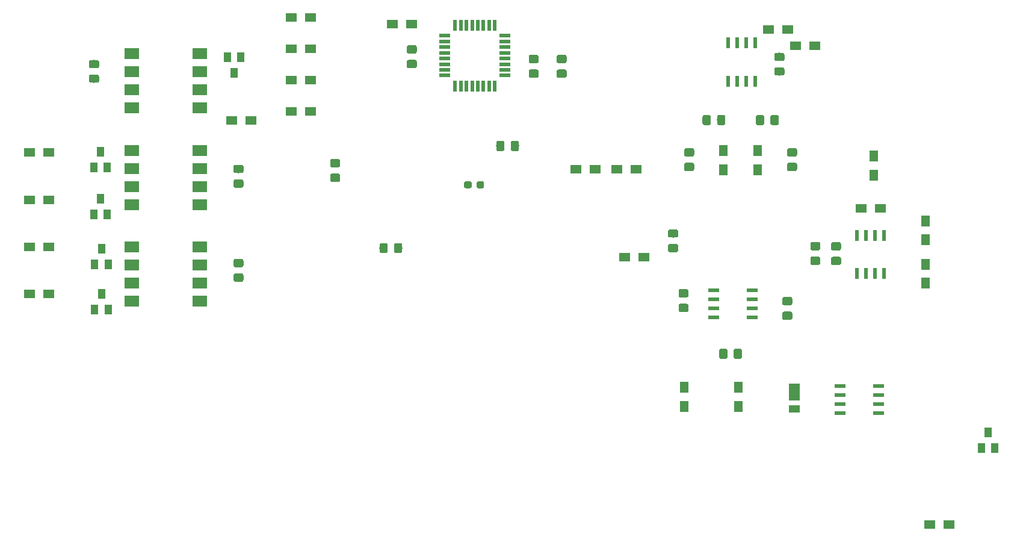
<source format=gtp>
G04 #@! TF.GenerationSoftware,KiCad,Pcbnew,(5.1.4)-1*
G04 #@! TF.CreationDate,2019-11-19T00:16:12+02:00*
G04 #@! TF.ProjectId,pcb_1,7063625f-312e-46b6-9963-61645f706362,rev?*
G04 #@! TF.SameCoordinates,Original*
G04 #@! TF.FileFunction,Paste,Top*
G04 #@! TF.FilePolarity,Positive*
%FSLAX46Y46*%
G04 Gerber Fmt 4.6, Leading zero omitted, Abs format (unit mm)*
G04 Created by KiCad (PCBNEW (5.1.4)-1) date 2019-11-19 00:16:12*
%MOMM*%
%LPD*%
G04 APERTURE LIST*
%ADD10C,0.400000*%
%ADD11C,1.150000*%
%ADD12C,0.950000*%
%ADD13R,1.500000X1.300000*%
%ADD14R,2.032000X1.524000*%
%ADD15R,1.600000X0.550000*%
%ADD16R,0.550000X1.600000*%
%ADD17R,1.550000X0.600000*%
%ADD18R,1.300000X1.500000*%
%ADD19R,1.500000X1.050000*%
%ADD20R,1.500000X2.400000*%
%ADD21R,0.600000X1.550000*%
%ADD22R,1.000000X1.400000*%
G04 APERTURE END LIST*
D10*
G36*
X156663605Y-48615304D02*
G01*
X156687873Y-48618904D01*
X156711672Y-48624865D01*
X156734771Y-48633130D01*
X156756950Y-48643620D01*
X156777993Y-48656232D01*
X156797699Y-48670847D01*
X156815877Y-48687323D01*
X156832353Y-48705501D01*
X156846968Y-48725207D01*
X156859580Y-48746250D01*
X156870070Y-48768429D01*
X156878335Y-48791528D01*
X156884296Y-48815327D01*
X156887896Y-48839595D01*
X156889100Y-48864099D01*
X156889100Y-49764101D01*
X156887896Y-49788605D01*
X156884296Y-49812873D01*
X156878335Y-49836672D01*
X156870070Y-49859771D01*
X156859580Y-49881950D01*
X156846968Y-49902993D01*
X156832353Y-49922699D01*
X156815877Y-49940877D01*
X156797699Y-49957353D01*
X156777993Y-49971968D01*
X156756950Y-49984580D01*
X156734771Y-49995070D01*
X156711672Y-50003335D01*
X156687873Y-50009296D01*
X156663605Y-50012896D01*
X156639101Y-50014100D01*
X155989099Y-50014100D01*
X155964595Y-50012896D01*
X155940327Y-50009296D01*
X155916528Y-50003335D01*
X155893429Y-49995070D01*
X155871250Y-49984580D01*
X155850207Y-49971968D01*
X155830501Y-49957353D01*
X155812323Y-49940877D01*
X155795847Y-49922699D01*
X155781232Y-49902993D01*
X155768620Y-49881950D01*
X155758130Y-49859771D01*
X155749865Y-49836672D01*
X155743904Y-49812873D01*
X155740304Y-49788605D01*
X155739100Y-49764101D01*
X155739100Y-48864099D01*
X155740304Y-48839595D01*
X155743904Y-48815327D01*
X155749865Y-48791528D01*
X155758130Y-48768429D01*
X155768620Y-48746250D01*
X155781232Y-48725207D01*
X155795847Y-48705501D01*
X155812323Y-48687323D01*
X155830501Y-48670847D01*
X155850207Y-48656232D01*
X155871250Y-48643620D01*
X155893429Y-48633130D01*
X155916528Y-48624865D01*
X155940327Y-48618904D01*
X155964595Y-48615304D01*
X155989099Y-48614100D01*
X156639101Y-48614100D01*
X156663605Y-48615304D01*
X156663605Y-48615304D01*
G37*
D11*
X156314100Y-49314100D03*
D10*
G36*
X158713605Y-48615304D02*
G01*
X158737873Y-48618904D01*
X158761672Y-48624865D01*
X158784771Y-48633130D01*
X158806950Y-48643620D01*
X158827993Y-48656232D01*
X158847699Y-48670847D01*
X158865877Y-48687323D01*
X158882353Y-48705501D01*
X158896968Y-48725207D01*
X158909580Y-48746250D01*
X158920070Y-48768429D01*
X158928335Y-48791528D01*
X158934296Y-48815327D01*
X158937896Y-48839595D01*
X158939100Y-48864099D01*
X158939100Y-49764101D01*
X158937896Y-49788605D01*
X158934296Y-49812873D01*
X158928335Y-49836672D01*
X158920070Y-49859771D01*
X158909580Y-49881950D01*
X158896968Y-49902993D01*
X158882353Y-49922699D01*
X158865877Y-49940877D01*
X158847699Y-49957353D01*
X158827993Y-49971968D01*
X158806950Y-49984580D01*
X158784771Y-49995070D01*
X158761672Y-50003335D01*
X158737873Y-50009296D01*
X158713605Y-50012896D01*
X158689101Y-50014100D01*
X158039099Y-50014100D01*
X158014595Y-50012896D01*
X157990327Y-50009296D01*
X157966528Y-50003335D01*
X157943429Y-49995070D01*
X157921250Y-49984580D01*
X157900207Y-49971968D01*
X157880501Y-49957353D01*
X157862323Y-49940877D01*
X157845847Y-49922699D01*
X157831232Y-49902993D01*
X157818620Y-49881950D01*
X157808130Y-49859771D01*
X157799865Y-49836672D01*
X157793904Y-49812873D01*
X157790304Y-49788605D01*
X157789100Y-49764101D01*
X157789100Y-48864099D01*
X157790304Y-48839595D01*
X157793904Y-48815327D01*
X157799865Y-48791528D01*
X157808130Y-48768429D01*
X157818620Y-48746250D01*
X157831232Y-48725207D01*
X157845847Y-48705501D01*
X157862323Y-48687323D01*
X157880501Y-48670847D01*
X157900207Y-48656232D01*
X157921250Y-48643620D01*
X157943429Y-48633130D01*
X157966528Y-48624865D01*
X157990327Y-48618904D01*
X158014595Y-48615304D01*
X158039099Y-48614100D01*
X158689101Y-48614100D01*
X158713605Y-48615304D01*
X158713605Y-48615304D01*
G37*
D11*
X158364100Y-49314100D03*
D10*
G36*
X151197605Y-48615304D02*
G01*
X151221873Y-48618904D01*
X151245672Y-48624865D01*
X151268771Y-48633130D01*
X151290950Y-48643620D01*
X151311993Y-48656232D01*
X151331699Y-48670847D01*
X151349877Y-48687323D01*
X151366353Y-48705501D01*
X151380968Y-48725207D01*
X151393580Y-48746250D01*
X151404070Y-48768429D01*
X151412335Y-48791528D01*
X151418296Y-48815327D01*
X151421896Y-48839595D01*
X151423100Y-48864099D01*
X151423100Y-49764101D01*
X151421896Y-49788605D01*
X151418296Y-49812873D01*
X151412335Y-49836672D01*
X151404070Y-49859771D01*
X151393580Y-49881950D01*
X151380968Y-49902993D01*
X151366353Y-49922699D01*
X151349877Y-49940877D01*
X151331699Y-49957353D01*
X151311993Y-49971968D01*
X151290950Y-49984580D01*
X151268771Y-49995070D01*
X151245672Y-50003335D01*
X151221873Y-50009296D01*
X151197605Y-50012896D01*
X151173101Y-50014100D01*
X150523099Y-50014100D01*
X150498595Y-50012896D01*
X150474327Y-50009296D01*
X150450528Y-50003335D01*
X150427429Y-49995070D01*
X150405250Y-49984580D01*
X150384207Y-49971968D01*
X150364501Y-49957353D01*
X150346323Y-49940877D01*
X150329847Y-49922699D01*
X150315232Y-49902993D01*
X150302620Y-49881950D01*
X150292130Y-49859771D01*
X150283865Y-49836672D01*
X150277904Y-49812873D01*
X150274304Y-49788605D01*
X150273100Y-49764101D01*
X150273100Y-48864099D01*
X150274304Y-48839595D01*
X150277904Y-48815327D01*
X150283865Y-48791528D01*
X150292130Y-48768429D01*
X150302620Y-48746250D01*
X150315232Y-48725207D01*
X150329847Y-48705501D01*
X150346323Y-48687323D01*
X150364501Y-48670847D01*
X150384207Y-48656232D01*
X150405250Y-48643620D01*
X150427429Y-48633130D01*
X150450528Y-48624865D01*
X150474327Y-48618904D01*
X150498595Y-48615304D01*
X150523099Y-48614100D01*
X151173101Y-48614100D01*
X151197605Y-48615304D01*
X151197605Y-48615304D01*
G37*
D11*
X150848100Y-49314100D03*
D10*
G36*
X149147605Y-48615304D02*
G01*
X149171873Y-48618904D01*
X149195672Y-48624865D01*
X149218771Y-48633130D01*
X149240950Y-48643620D01*
X149261993Y-48656232D01*
X149281699Y-48670847D01*
X149299877Y-48687323D01*
X149316353Y-48705501D01*
X149330968Y-48725207D01*
X149343580Y-48746250D01*
X149354070Y-48768429D01*
X149362335Y-48791528D01*
X149368296Y-48815327D01*
X149371896Y-48839595D01*
X149373100Y-48864099D01*
X149373100Y-49764101D01*
X149371896Y-49788605D01*
X149368296Y-49812873D01*
X149362335Y-49836672D01*
X149354070Y-49859771D01*
X149343580Y-49881950D01*
X149330968Y-49902993D01*
X149316353Y-49922699D01*
X149299877Y-49940877D01*
X149281699Y-49957353D01*
X149261993Y-49971968D01*
X149240950Y-49984580D01*
X149218771Y-49995070D01*
X149195672Y-50003335D01*
X149171873Y-50009296D01*
X149147605Y-50012896D01*
X149123101Y-50014100D01*
X148473099Y-50014100D01*
X148448595Y-50012896D01*
X148424327Y-50009296D01*
X148400528Y-50003335D01*
X148377429Y-49995070D01*
X148355250Y-49984580D01*
X148334207Y-49971968D01*
X148314501Y-49957353D01*
X148296323Y-49940877D01*
X148279847Y-49922699D01*
X148265232Y-49902993D01*
X148252620Y-49881950D01*
X148242130Y-49859771D01*
X148233865Y-49836672D01*
X148227904Y-49812873D01*
X148224304Y-49788605D01*
X148223100Y-49764101D01*
X148223100Y-48864099D01*
X148224304Y-48839595D01*
X148227904Y-48815327D01*
X148233865Y-48791528D01*
X148242130Y-48768429D01*
X148252620Y-48746250D01*
X148265232Y-48725207D01*
X148279847Y-48705501D01*
X148296323Y-48687323D01*
X148314501Y-48670847D01*
X148334207Y-48656232D01*
X148355250Y-48643620D01*
X148377429Y-48633130D01*
X148400528Y-48624865D01*
X148424327Y-48618904D01*
X148448595Y-48615304D01*
X148473099Y-48614100D01*
X149123101Y-48614100D01*
X149147605Y-48615304D01*
X149147605Y-48615304D01*
G37*
D11*
X148798100Y-49314100D03*
D10*
G36*
X159516605Y-41911304D02*
G01*
X159540873Y-41914904D01*
X159564672Y-41920865D01*
X159587771Y-41929130D01*
X159609950Y-41939620D01*
X159630993Y-41952232D01*
X159650699Y-41966847D01*
X159668877Y-41983323D01*
X159685353Y-42001501D01*
X159699968Y-42021207D01*
X159712580Y-42042250D01*
X159723070Y-42064429D01*
X159731335Y-42087528D01*
X159737296Y-42111327D01*
X159740896Y-42135595D01*
X159742100Y-42160099D01*
X159742100Y-42810101D01*
X159740896Y-42834605D01*
X159737296Y-42858873D01*
X159731335Y-42882672D01*
X159723070Y-42905771D01*
X159712580Y-42927950D01*
X159699968Y-42948993D01*
X159685353Y-42968699D01*
X159668877Y-42986877D01*
X159650699Y-43003353D01*
X159630993Y-43017968D01*
X159609950Y-43030580D01*
X159587771Y-43041070D01*
X159564672Y-43049335D01*
X159540873Y-43055296D01*
X159516605Y-43058896D01*
X159492101Y-43060100D01*
X158592099Y-43060100D01*
X158567595Y-43058896D01*
X158543327Y-43055296D01*
X158519528Y-43049335D01*
X158496429Y-43041070D01*
X158474250Y-43030580D01*
X158453207Y-43017968D01*
X158433501Y-43003353D01*
X158415323Y-42986877D01*
X158398847Y-42968699D01*
X158384232Y-42948993D01*
X158371620Y-42927950D01*
X158361130Y-42905771D01*
X158352865Y-42882672D01*
X158346904Y-42858873D01*
X158343304Y-42834605D01*
X158342100Y-42810101D01*
X158342100Y-42160099D01*
X158343304Y-42135595D01*
X158346904Y-42111327D01*
X158352865Y-42087528D01*
X158361130Y-42064429D01*
X158371620Y-42042250D01*
X158384232Y-42021207D01*
X158398847Y-42001501D01*
X158415323Y-41983323D01*
X158433501Y-41966847D01*
X158453207Y-41952232D01*
X158474250Y-41939620D01*
X158496429Y-41929130D01*
X158519528Y-41920865D01*
X158543327Y-41914904D01*
X158567595Y-41911304D01*
X158592099Y-41910100D01*
X159492101Y-41910100D01*
X159516605Y-41911304D01*
X159516605Y-41911304D01*
G37*
D11*
X159042100Y-42485100D03*
D10*
G36*
X159516605Y-39861304D02*
G01*
X159540873Y-39864904D01*
X159564672Y-39870865D01*
X159587771Y-39879130D01*
X159609950Y-39889620D01*
X159630993Y-39902232D01*
X159650699Y-39916847D01*
X159668877Y-39933323D01*
X159685353Y-39951501D01*
X159699968Y-39971207D01*
X159712580Y-39992250D01*
X159723070Y-40014429D01*
X159731335Y-40037528D01*
X159737296Y-40061327D01*
X159740896Y-40085595D01*
X159742100Y-40110099D01*
X159742100Y-40760101D01*
X159740896Y-40784605D01*
X159737296Y-40808873D01*
X159731335Y-40832672D01*
X159723070Y-40855771D01*
X159712580Y-40877950D01*
X159699968Y-40898993D01*
X159685353Y-40918699D01*
X159668877Y-40936877D01*
X159650699Y-40953353D01*
X159630993Y-40967968D01*
X159609950Y-40980580D01*
X159587771Y-40991070D01*
X159564672Y-40999335D01*
X159540873Y-41005296D01*
X159516605Y-41008896D01*
X159492101Y-41010100D01*
X158592099Y-41010100D01*
X158567595Y-41008896D01*
X158543327Y-41005296D01*
X158519528Y-40999335D01*
X158496429Y-40991070D01*
X158474250Y-40980580D01*
X158453207Y-40967968D01*
X158433501Y-40953353D01*
X158415323Y-40936877D01*
X158398847Y-40918699D01*
X158384232Y-40898993D01*
X158371620Y-40877950D01*
X158361130Y-40855771D01*
X158352865Y-40832672D01*
X158346904Y-40808873D01*
X158343304Y-40784605D01*
X158342100Y-40760101D01*
X158342100Y-40110099D01*
X158343304Y-40085595D01*
X158346904Y-40061327D01*
X158352865Y-40037528D01*
X158361130Y-40014429D01*
X158371620Y-39992250D01*
X158384232Y-39971207D01*
X158398847Y-39951501D01*
X158415323Y-39933323D01*
X158433501Y-39916847D01*
X158453207Y-39902232D01*
X158474250Y-39889620D01*
X158496429Y-39879130D01*
X158519528Y-39870865D01*
X158543327Y-39864904D01*
X158567595Y-39861304D01*
X158592099Y-39860100D01*
X159492101Y-39860100D01*
X159516605Y-39861304D01*
X159516605Y-39861304D01*
G37*
D11*
X159042100Y-40435100D03*
D10*
G36*
X122171505Y-52260204D02*
G01*
X122195773Y-52263804D01*
X122219572Y-52269765D01*
X122242671Y-52278030D01*
X122264850Y-52288520D01*
X122285893Y-52301132D01*
X122305599Y-52315747D01*
X122323777Y-52332223D01*
X122340253Y-52350401D01*
X122354868Y-52370107D01*
X122367480Y-52391150D01*
X122377970Y-52413329D01*
X122386235Y-52436428D01*
X122392196Y-52460227D01*
X122395796Y-52484495D01*
X122397000Y-52508999D01*
X122397000Y-53409001D01*
X122395796Y-53433505D01*
X122392196Y-53457773D01*
X122386235Y-53481572D01*
X122377970Y-53504671D01*
X122367480Y-53526850D01*
X122354868Y-53547893D01*
X122340253Y-53567599D01*
X122323777Y-53585777D01*
X122305599Y-53602253D01*
X122285893Y-53616868D01*
X122264850Y-53629480D01*
X122242671Y-53639970D01*
X122219572Y-53648235D01*
X122195773Y-53654196D01*
X122171505Y-53657796D01*
X122147001Y-53659000D01*
X121496999Y-53659000D01*
X121472495Y-53657796D01*
X121448227Y-53654196D01*
X121424428Y-53648235D01*
X121401329Y-53639970D01*
X121379150Y-53629480D01*
X121358107Y-53616868D01*
X121338401Y-53602253D01*
X121320223Y-53585777D01*
X121303747Y-53567599D01*
X121289132Y-53547893D01*
X121276520Y-53526850D01*
X121266030Y-53504671D01*
X121257765Y-53481572D01*
X121251804Y-53457773D01*
X121248204Y-53433505D01*
X121247000Y-53409001D01*
X121247000Y-52508999D01*
X121248204Y-52484495D01*
X121251804Y-52460227D01*
X121257765Y-52436428D01*
X121266030Y-52413329D01*
X121276520Y-52391150D01*
X121289132Y-52370107D01*
X121303747Y-52350401D01*
X121320223Y-52332223D01*
X121338401Y-52315747D01*
X121358107Y-52301132D01*
X121379150Y-52288520D01*
X121401329Y-52278030D01*
X121424428Y-52269765D01*
X121448227Y-52263804D01*
X121472495Y-52260204D01*
X121496999Y-52259000D01*
X122147001Y-52259000D01*
X122171505Y-52260204D01*
X122171505Y-52260204D01*
G37*
D11*
X121822000Y-52959000D03*
D10*
G36*
X120121505Y-52260204D02*
G01*
X120145773Y-52263804D01*
X120169572Y-52269765D01*
X120192671Y-52278030D01*
X120214850Y-52288520D01*
X120235893Y-52301132D01*
X120255599Y-52315747D01*
X120273777Y-52332223D01*
X120290253Y-52350401D01*
X120304868Y-52370107D01*
X120317480Y-52391150D01*
X120327970Y-52413329D01*
X120336235Y-52436428D01*
X120342196Y-52460227D01*
X120345796Y-52484495D01*
X120347000Y-52508999D01*
X120347000Y-53409001D01*
X120345796Y-53433505D01*
X120342196Y-53457773D01*
X120336235Y-53481572D01*
X120327970Y-53504671D01*
X120317480Y-53526850D01*
X120304868Y-53547893D01*
X120290253Y-53567599D01*
X120273777Y-53585777D01*
X120255599Y-53602253D01*
X120235893Y-53616868D01*
X120214850Y-53629480D01*
X120192671Y-53639970D01*
X120169572Y-53648235D01*
X120145773Y-53654196D01*
X120121505Y-53657796D01*
X120097001Y-53659000D01*
X119446999Y-53659000D01*
X119422495Y-53657796D01*
X119398227Y-53654196D01*
X119374428Y-53648235D01*
X119351329Y-53639970D01*
X119329150Y-53629480D01*
X119308107Y-53616868D01*
X119288401Y-53602253D01*
X119270223Y-53585777D01*
X119253747Y-53567599D01*
X119239132Y-53547893D01*
X119226520Y-53526850D01*
X119216030Y-53504671D01*
X119207765Y-53481572D01*
X119201804Y-53457773D01*
X119198204Y-53433505D01*
X119197000Y-53409001D01*
X119197000Y-52508999D01*
X119198204Y-52484495D01*
X119201804Y-52460227D01*
X119207765Y-52436428D01*
X119216030Y-52413329D01*
X119226520Y-52391150D01*
X119239132Y-52370107D01*
X119253747Y-52350401D01*
X119270223Y-52332223D01*
X119288401Y-52315747D01*
X119308107Y-52301132D01*
X119329150Y-52288520D01*
X119351329Y-52278030D01*
X119374428Y-52269765D01*
X119398227Y-52263804D01*
X119422495Y-52260204D01*
X119446999Y-52259000D01*
X120097001Y-52259000D01*
X120121505Y-52260204D01*
X120121505Y-52260204D01*
G37*
D11*
X119772000Y-52959000D03*
D10*
G36*
X144556005Y-64686204D02*
G01*
X144580273Y-64689804D01*
X144604072Y-64695765D01*
X144627171Y-64704030D01*
X144649350Y-64714520D01*
X144670393Y-64727132D01*
X144690099Y-64741747D01*
X144708277Y-64758223D01*
X144724753Y-64776401D01*
X144739368Y-64796107D01*
X144751980Y-64817150D01*
X144762470Y-64839329D01*
X144770735Y-64862428D01*
X144776696Y-64886227D01*
X144780296Y-64910495D01*
X144781500Y-64934999D01*
X144781500Y-65585001D01*
X144780296Y-65609505D01*
X144776696Y-65633773D01*
X144770735Y-65657572D01*
X144762470Y-65680671D01*
X144751980Y-65702850D01*
X144739368Y-65723893D01*
X144724753Y-65743599D01*
X144708277Y-65761777D01*
X144690099Y-65778253D01*
X144670393Y-65792868D01*
X144649350Y-65805480D01*
X144627171Y-65815970D01*
X144604072Y-65824235D01*
X144580273Y-65830196D01*
X144556005Y-65833796D01*
X144531501Y-65835000D01*
X143631499Y-65835000D01*
X143606995Y-65833796D01*
X143582727Y-65830196D01*
X143558928Y-65824235D01*
X143535829Y-65815970D01*
X143513650Y-65805480D01*
X143492607Y-65792868D01*
X143472901Y-65778253D01*
X143454723Y-65761777D01*
X143438247Y-65743599D01*
X143423632Y-65723893D01*
X143411020Y-65702850D01*
X143400530Y-65680671D01*
X143392265Y-65657572D01*
X143386304Y-65633773D01*
X143382704Y-65609505D01*
X143381500Y-65585001D01*
X143381500Y-64934999D01*
X143382704Y-64910495D01*
X143386304Y-64886227D01*
X143392265Y-64862428D01*
X143400530Y-64839329D01*
X143411020Y-64817150D01*
X143423632Y-64796107D01*
X143438247Y-64776401D01*
X143454723Y-64758223D01*
X143472901Y-64741747D01*
X143492607Y-64727132D01*
X143513650Y-64714520D01*
X143535829Y-64704030D01*
X143558928Y-64695765D01*
X143582727Y-64689804D01*
X143606995Y-64686204D01*
X143631499Y-64685000D01*
X144531501Y-64685000D01*
X144556005Y-64686204D01*
X144556005Y-64686204D01*
G37*
D11*
X144081500Y-65260000D03*
D10*
G36*
X144556005Y-66736204D02*
G01*
X144580273Y-66739804D01*
X144604072Y-66745765D01*
X144627171Y-66754030D01*
X144649350Y-66764520D01*
X144670393Y-66777132D01*
X144690099Y-66791747D01*
X144708277Y-66808223D01*
X144724753Y-66826401D01*
X144739368Y-66846107D01*
X144751980Y-66867150D01*
X144762470Y-66889329D01*
X144770735Y-66912428D01*
X144776696Y-66936227D01*
X144780296Y-66960495D01*
X144781500Y-66984999D01*
X144781500Y-67635001D01*
X144780296Y-67659505D01*
X144776696Y-67683773D01*
X144770735Y-67707572D01*
X144762470Y-67730671D01*
X144751980Y-67752850D01*
X144739368Y-67773893D01*
X144724753Y-67793599D01*
X144708277Y-67811777D01*
X144690099Y-67828253D01*
X144670393Y-67842868D01*
X144649350Y-67855480D01*
X144627171Y-67865970D01*
X144604072Y-67874235D01*
X144580273Y-67880196D01*
X144556005Y-67883796D01*
X144531501Y-67885000D01*
X143631499Y-67885000D01*
X143606995Y-67883796D01*
X143582727Y-67880196D01*
X143558928Y-67874235D01*
X143535829Y-67865970D01*
X143513650Y-67855480D01*
X143492607Y-67842868D01*
X143472901Y-67828253D01*
X143454723Y-67811777D01*
X143438247Y-67793599D01*
X143423632Y-67773893D01*
X143411020Y-67752850D01*
X143400530Y-67730671D01*
X143392265Y-67707572D01*
X143386304Y-67683773D01*
X143382704Y-67659505D01*
X143381500Y-67635001D01*
X143381500Y-66984999D01*
X143382704Y-66960495D01*
X143386304Y-66936227D01*
X143392265Y-66912428D01*
X143400530Y-66889329D01*
X143411020Y-66867150D01*
X143423632Y-66846107D01*
X143438247Y-66826401D01*
X143454723Y-66808223D01*
X143472901Y-66791747D01*
X143492607Y-66777132D01*
X143513650Y-66764520D01*
X143535829Y-66754030D01*
X143558928Y-66745765D01*
X143582727Y-66739804D01*
X143606995Y-66736204D01*
X143631499Y-66735000D01*
X144531501Y-66735000D01*
X144556005Y-66736204D01*
X144556005Y-66736204D01*
G37*
D11*
X144081500Y-67310000D03*
D10*
G36*
X146016505Y-75147204D02*
G01*
X146040773Y-75150804D01*
X146064572Y-75156765D01*
X146087671Y-75165030D01*
X146109850Y-75175520D01*
X146130893Y-75188132D01*
X146150599Y-75202747D01*
X146168777Y-75219223D01*
X146185253Y-75237401D01*
X146199868Y-75257107D01*
X146212480Y-75278150D01*
X146222970Y-75300329D01*
X146231235Y-75323428D01*
X146237196Y-75347227D01*
X146240796Y-75371495D01*
X146242000Y-75395999D01*
X146242000Y-76046001D01*
X146240796Y-76070505D01*
X146237196Y-76094773D01*
X146231235Y-76118572D01*
X146222970Y-76141671D01*
X146212480Y-76163850D01*
X146199868Y-76184893D01*
X146185253Y-76204599D01*
X146168777Y-76222777D01*
X146150599Y-76239253D01*
X146130893Y-76253868D01*
X146109850Y-76266480D01*
X146087671Y-76276970D01*
X146064572Y-76285235D01*
X146040773Y-76291196D01*
X146016505Y-76294796D01*
X145992001Y-76296000D01*
X145091999Y-76296000D01*
X145067495Y-76294796D01*
X145043227Y-76291196D01*
X145019428Y-76285235D01*
X144996329Y-76276970D01*
X144974150Y-76266480D01*
X144953107Y-76253868D01*
X144933401Y-76239253D01*
X144915223Y-76222777D01*
X144898747Y-76204599D01*
X144884132Y-76184893D01*
X144871520Y-76163850D01*
X144861030Y-76141671D01*
X144852765Y-76118572D01*
X144846804Y-76094773D01*
X144843204Y-76070505D01*
X144842000Y-76046001D01*
X144842000Y-75395999D01*
X144843204Y-75371495D01*
X144846804Y-75347227D01*
X144852765Y-75323428D01*
X144861030Y-75300329D01*
X144871520Y-75278150D01*
X144884132Y-75257107D01*
X144898747Y-75237401D01*
X144915223Y-75219223D01*
X144933401Y-75202747D01*
X144953107Y-75188132D01*
X144974150Y-75175520D01*
X144996329Y-75165030D01*
X145019428Y-75156765D01*
X145043227Y-75150804D01*
X145067495Y-75147204D01*
X145091999Y-75146000D01*
X145992001Y-75146000D01*
X146016505Y-75147204D01*
X146016505Y-75147204D01*
G37*
D11*
X145542000Y-75721000D03*
D10*
G36*
X146016505Y-73097204D02*
G01*
X146040773Y-73100804D01*
X146064572Y-73106765D01*
X146087671Y-73115030D01*
X146109850Y-73125520D01*
X146130893Y-73138132D01*
X146150599Y-73152747D01*
X146168777Y-73169223D01*
X146185253Y-73187401D01*
X146199868Y-73207107D01*
X146212480Y-73228150D01*
X146222970Y-73250329D01*
X146231235Y-73273428D01*
X146237196Y-73297227D01*
X146240796Y-73321495D01*
X146242000Y-73345999D01*
X146242000Y-73996001D01*
X146240796Y-74020505D01*
X146237196Y-74044773D01*
X146231235Y-74068572D01*
X146222970Y-74091671D01*
X146212480Y-74113850D01*
X146199868Y-74134893D01*
X146185253Y-74154599D01*
X146168777Y-74172777D01*
X146150599Y-74189253D01*
X146130893Y-74203868D01*
X146109850Y-74216480D01*
X146087671Y-74226970D01*
X146064572Y-74235235D01*
X146040773Y-74241196D01*
X146016505Y-74244796D01*
X145992001Y-74246000D01*
X145091999Y-74246000D01*
X145067495Y-74244796D01*
X145043227Y-74241196D01*
X145019428Y-74235235D01*
X144996329Y-74226970D01*
X144974150Y-74216480D01*
X144953107Y-74203868D01*
X144933401Y-74189253D01*
X144915223Y-74172777D01*
X144898747Y-74154599D01*
X144884132Y-74134893D01*
X144871520Y-74113850D01*
X144861030Y-74091671D01*
X144852765Y-74068572D01*
X144846804Y-74044773D01*
X144843204Y-74020505D01*
X144842000Y-73996001D01*
X144842000Y-73345999D01*
X144843204Y-73321495D01*
X144846804Y-73297227D01*
X144852765Y-73273428D01*
X144861030Y-73250329D01*
X144871520Y-73228150D01*
X144884132Y-73207107D01*
X144898747Y-73187401D01*
X144915223Y-73169223D01*
X144933401Y-73152747D01*
X144953107Y-73138132D01*
X144974150Y-73125520D01*
X144996329Y-73115030D01*
X145019428Y-73106765D01*
X145043227Y-73100804D01*
X145067495Y-73097204D01*
X145091999Y-73096000D01*
X145992001Y-73096000D01*
X146016505Y-73097204D01*
X146016505Y-73097204D01*
G37*
D11*
X145542000Y-73671000D03*
D10*
G36*
X63085505Y-42923704D02*
G01*
X63109773Y-42927304D01*
X63133572Y-42933265D01*
X63156671Y-42941530D01*
X63178850Y-42952020D01*
X63199893Y-42964632D01*
X63219599Y-42979247D01*
X63237777Y-42995723D01*
X63254253Y-43013901D01*
X63268868Y-43033607D01*
X63281480Y-43054650D01*
X63291970Y-43076829D01*
X63300235Y-43099928D01*
X63306196Y-43123727D01*
X63309796Y-43147995D01*
X63311000Y-43172499D01*
X63311000Y-43822501D01*
X63309796Y-43847005D01*
X63306196Y-43871273D01*
X63300235Y-43895072D01*
X63291970Y-43918171D01*
X63281480Y-43940350D01*
X63268868Y-43961393D01*
X63254253Y-43981099D01*
X63237777Y-43999277D01*
X63219599Y-44015753D01*
X63199893Y-44030368D01*
X63178850Y-44042980D01*
X63156671Y-44053470D01*
X63133572Y-44061735D01*
X63109773Y-44067696D01*
X63085505Y-44071296D01*
X63061001Y-44072500D01*
X62160999Y-44072500D01*
X62136495Y-44071296D01*
X62112227Y-44067696D01*
X62088428Y-44061735D01*
X62065329Y-44053470D01*
X62043150Y-44042980D01*
X62022107Y-44030368D01*
X62002401Y-44015753D01*
X61984223Y-43999277D01*
X61967747Y-43981099D01*
X61953132Y-43961393D01*
X61940520Y-43940350D01*
X61930030Y-43918171D01*
X61921765Y-43895072D01*
X61915804Y-43871273D01*
X61912204Y-43847005D01*
X61911000Y-43822501D01*
X61911000Y-43172499D01*
X61912204Y-43147995D01*
X61915804Y-43123727D01*
X61921765Y-43099928D01*
X61930030Y-43076829D01*
X61940520Y-43054650D01*
X61953132Y-43033607D01*
X61967747Y-43013901D01*
X61984223Y-42995723D01*
X62002401Y-42979247D01*
X62022107Y-42964632D01*
X62043150Y-42952020D01*
X62065329Y-42941530D01*
X62088428Y-42933265D01*
X62112227Y-42927304D01*
X62136495Y-42923704D01*
X62160999Y-42922500D01*
X63061001Y-42922500D01*
X63085505Y-42923704D01*
X63085505Y-42923704D01*
G37*
D11*
X62611000Y-43497500D03*
D10*
G36*
X63085505Y-40873704D02*
G01*
X63109773Y-40877304D01*
X63133572Y-40883265D01*
X63156671Y-40891530D01*
X63178850Y-40902020D01*
X63199893Y-40914632D01*
X63219599Y-40929247D01*
X63237777Y-40945723D01*
X63254253Y-40963901D01*
X63268868Y-40983607D01*
X63281480Y-41004650D01*
X63291970Y-41026829D01*
X63300235Y-41049928D01*
X63306196Y-41073727D01*
X63309796Y-41097995D01*
X63311000Y-41122499D01*
X63311000Y-41772501D01*
X63309796Y-41797005D01*
X63306196Y-41821273D01*
X63300235Y-41845072D01*
X63291970Y-41868171D01*
X63281480Y-41890350D01*
X63268868Y-41911393D01*
X63254253Y-41931099D01*
X63237777Y-41949277D01*
X63219599Y-41965753D01*
X63199893Y-41980368D01*
X63178850Y-41992980D01*
X63156671Y-42003470D01*
X63133572Y-42011735D01*
X63109773Y-42017696D01*
X63085505Y-42021296D01*
X63061001Y-42022500D01*
X62160999Y-42022500D01*
X62136495Y-42021296D01*
X62112227Y-42017696D01*
X62088428Y-42011735D01*
X62065329Y-42003470D01*
X62043150Y-41992980D01*
X62022107Y-41980368D01*
X62002401Y-41965753D01*
X61984223Y-41949277D01*
X61967747Y-41931099D01*
X61953132Y-41911393D01*
X61940520Y-41890350D01*
X61930030Y-41868171D01*
X61921765Y-41845072D01*
X61915804Y-41821273D01*
X61912204Y-41797005D01*
X61911000Y-41772501D01*
X61911000Y-41122499D01*
X61912204Y-41097995D01*
X61915804Y-41073727D01*
X61921765Y-41049928D01*
X61930030Y-41026829D01*
X61940520Y-41004650D01*
X61953132Y-40983607D01*
X61967747Y-40963901D01*
X61984223Y-40945723D01*
X62002401Y-40929247D01*
X62022107Y-40914632D01*
X62043150Y-40902020D01*
X62065329Y-40891530D01*
X62088428Y-40883265D01*
X62112227Y-40877304D01*
X62136495Y-40873704D01*
X62160999Y-40872500D01*
X63061001Y-40872500D01*
X63085505Y-40873704D01*
X63085505Y-40873704D01*
G37*
D11*
X62611000Y-41447500D03*
D10*
G36*
X124934505Y-40164204D02*
G01*
X124958773Y-40167804D01*
X124982572Y-40173765D01*
X125005671Y-40182030D01*
X125027850Y-40192520D01*
X125048893Y-40205132D01*
X125068599Y-40219747D01*
X125086777Y-40236223D01*
X125103253Y-40254401D01*
X125117868Y-40274107D01*
X125130480Y-40295150D01*
X125140970Y-40317329D01*
X125149235Y-40340428D01*
X125155196Y-40364227D01*
X125158796Y-40388495D01*
X125160000Y-40412999D01*
X125160000Y-41063001D01*
X125158796Y-41087505D01*
X125155196Y-41111773D01*
X125149235Y-41135572D01*
X125140970Y-41158671D01*
X125130480Y-41180850D01*
X125117868Y-41201893D01*
X125103253Y-41221599D01*
X125086777Y-41239777D01*
X125068599Y-41256253D01*
X125048893Y-41270868D01*
X125027850Y-41283480D01*
X125005671Y-41293970D01*
X124982572Y-41302235D01*
X124958773Y-41308196D01*
X124934505Y-41311796D01*
X124910001Y-41313000D01*
X124009999Y-41313000D01*
X123985495Y-41311796D01*
X123961227Y-41308196D01*
X123937428Y-41302235D01*
X123914329Y-41293970D01*
X123892150Y-41283480D01*
X123871107Y-41270868D01*
X123851401Y-41256253D01*
X123833223Y-41239777D01*
X123816747Y-41221599D01*
X123802132Y-41201893D01*
X123789520Y-41180850D01*
X123779030Y-41158671D01*
X123770765Y-41135572D01*
X123764804Y-41111773D01*
X123761204Y-41087505D01*
X123760000Y-41063001D01*
X123760000Y-40412999D01*
X123761204Y-40388495D01*
X123764804Y-40364227D01*
X123770765Y-40340428D01*
X123779030Y-40317329D01*
X123789520Y-40295150D01*
X123802132Y-40274107D01*
X123816747Y-40254401D01*
X123833223Y-40236223D01*
X123851401Y-40219747D01*
X123871107Y-40205132D01*
X123892150Y-40192520D01*
X123914329Y-40182030D01*
X123937428Y-40173765D01*
X123961227Y-40167804D01*
X123985495Y-40164204D01*
X124009999Y-40163000D01*
X124910001Y-40163000D01*
X124934505Y-40164204D01*
X124934505Y-40164204D01*
G37*
D11*
X124460000Y-40738000D03*
D10*
G36*
X124934505Y-42214204D02*
G01*
X124958773Y-42217804D01*
X124982572Y-42223765D01*
X125005671Y-42232030D01*
X125027850Y-42242520D01*
X125048893Y-42255132D01*
X125068599Y-42269747D01*
X125086777Y-42286223D01*
X125103253Y-42304401D01*
X125117868Y-42324107D01*
X125130480Y-42345150D01*
X125140970Y-42367329D01*
X125149235Y-42390428D01*
X125155196Y-42414227D01*
X125158796Y-42438495D01*
X125160000Y-42462999D01*
X125160000Y-43113001D01*
X125158796Y-43137505D01*
X125155196Y-43161773D01*
X125149235Y-43185572D01*
X125140970Y-43208671D01*
X125130480Y-43230850D01*
X125117868Y-43251893D01*
X125103253Y-43271599D01*
X125086777Y-43289777D01*
X125068599Y-43306253D01*
X125048893Y-43320868D01*
X125027850Y-43333480D01*
X125005671Y-43343970D01*
X124982572Y-43352235D01*
X124958773Y-43358196D01*
X124934505Y-43361796D01*
X124910001Y-43363000D01*
X124009999Y-43363000D01*
X123985495Y-43361796D01*
X123961227Y-43358196D01*
X123937428Y-43352235D01*
X123914329Y-43343970D01*
X123892150Y-43333480D01*
X123871107Y-43320868D01*
X123851401Y-43306253D01*
X123833223Y-43289777D01*
X123816747Y-43271599D01*
X123802132Y-43251893D01*
X123789520Y-43230850D01*
X123779030Y-43208671D01*
X123770765Y-43185572D01*
X123764804Y-43161773D01*
X123761204Y-43137505D01*
X123760000Y-43113001D01*
X123760000Y-42462999D01*
X123761204Y-42438495D01*
X123764804Y-42414227D01*
X123770765Y-42390428D01*
X123779030Y-42367329D01*
X123789520Y-42345150D01*
X123802132Y-42324107D01*
X123816747Y-42304401D01*
X123833223Y-42286223D01*
X123851401Y-42269747D01*
X123871107Y-42255132D01*
X123892150Y-42242520D01*
X123914329Y-42232030D01*
X123937428Y-42223765D01*
X123961227Y-42217804D01*
X123985495Y-42214204D01*
X124009999Y-42213000D01*
X124910001Y-42213000D01*
X124934505Y-42214204D01*
X124934505Y-42214204D01*
G37*
D11*
X124460000Y-42788000D03*
D10*
G36*
X128871505Y-42214204D02*
G01*
X128895773Y-42217804D01*
X128919572Y-42223765D01*
X128942671Y-42232030D01*
X128964850Y-42242520D01*
X128985893Y-42255132D01*
X129005599Y-42269747D01*
X129023777Y-42286223D01*
X129040253Y-42304401D01*
X129054868Y-42324107D01*
X129067480Y-42345150D01*
X129077970Y-42367329D01*
X129086235Y-42390428D01*
X129092196Y-42414227D01*
X129095796Y-42438495D01*
X129097000Y-42462999D01*
X129097000Y-43113001D01*
X129095796Y-43137505D01*
X129092196Y-43161773D01*
X129086235Y-43185572D01*
X129077970Y-43208671D01*
X129067480Y-43230850D01*
X129054868Y-43251893D01*
X129040253Y-43271599D01*
X129023777Y-43289777D01*
X129005599Y-43306253D01*
X128985893Y-43320868D01*
X128964850Y-43333480D01*
X128942671Y-43343970D01*
X128919572Y-43352235D01*
X128895773Y-43358196D01*
X128871505Y-43361796D01*
X128847001Y-43363000D01*
X127946999Y-43363000D01*
X127922495Y-43361796D01*
X127898227Y-43358196D01*
X127874428Y-43352235D01*
X127851329Y-43343970D01*
X127829150Y-43333480D01*
X127808107Y-43320868D01*
X127788401Y-43306253D01*
X127770223Y-43289777D01*
X127753747Y-43271599D01*
X127739132Y-43251893D01*
X127726520Y-43230850D01*
X127716030Y-43208671D01*
X127707765Y-43185572D01*
X127701804Y-43161773D01*
X127698204Y-43137505D01*
X127697000Y-43113001D01*
X127697000Y-42462999D01*
X127698204Y-42438495D01*
X127701804Y-42414227D01*
X127707765Y-42390428D01*
X127716030Y-42367329D01*
X127726520Y-42345150D01*
X127739132Y-42324107D01*
X127753747Y-42304401D01*
X127770223Y-42286223D01*
X127788401Y-42269747D01*
X127808107Y-42255132D01*
X127829150Y-42242520D01*
X127851329Y-42232030D01*
X127874428Y-42223765D01*
X127898227Y-42217804D01*
X127922495Y-42214204D01*
X127946999Y-42213000D01*
X128847001Y-42213000D01*
X128871505Y-42214204D01*
X128871505Y-42214204D01*
G37*
D11*
X128397000Y-42788000D03*
D10*
G36*
X128871505Y-40164204D02*
G01*
X128895773Y-40167804D01*
X128919572Y-40173765D01*
X128942671Y-40182030D01*
X128964850Y-40192520D01*
X128985893Y-40205132D01*
X129005599Y-40219747D01*
X129023777Y-40236223D01*
X129040253Y-40254401D01*
X129054868Y-40274107D01*
X129067480Y-40295150D01*
X129077970Y-40317329D01*
X129086235Y-40340428D01*
X129092196Y-40364227D01*
X129095796Y-40388495D01*
X129097000Y-40412999D01*
X129097000Y-41063001D01*
X129095796Y-41087505D01*
X129092196Y-41111773D01*
X129086235Y-41135572D01*
X129077970Y-41158671D01*
X129067480Y-41180850D01*
X129054868Y-41201893D01*
X129040253Y-41221599D01*
X129023777Y-41239777D01*
X129005599Y-41256253D01*
X128985893Y-41270868D01*
X128964850Y-41283480D01*
X128942671Y-41293970D01*
X128919572Y-41302235D01*
X128895773Y-41308196D01*
X128871505Y-41311796D01*
X128847001Y-41313000D01*
X127946999Y-41313000D01*
X127922495Y-41311796D01*
X127898227Y-41308196D01*
X127874428Y-41302235D01*
X127851329Y-41293970D01*
X127829150Y-41283480D01*
X127808107Y-41270868D01*
X127788401Y-41256253D01*
X127770223Y-41239777D01*
X127753747Y-41221599D01*
X127739132Y-41201893D01*
X127726520Y-41180850D01*
X127716030Y-41158671D01*
X127707765Y-41135572D01*
X127701804Y-41111773D01*
X127698204Y-41087505D01*
X127697000Y-41063001D01*
X127697000Y-40412999D01*
X127698204Y-40388495D01*
X127701804Y-40364227D01*
X127707765Y-40340428D01*
X127716030Y-40317329D01*
X127726520Y-40295150D01*
X127739132Y-40274107D01*
X127753747Y-40254401D01*
X127770223Y-40236223D01*
X127788401Y-40219747D01*
X127808107Y-40205132D01*
X127829150Y-40192520D01*
X127851329Y-40182030D01*
X127874428Y-40173765D01*
X127898227Y-40167804D01*
X127922495Y-40164204D01*
X127946999Y-40163000D01*
X128847001Y-40163000D01*
X128871505Y-40164204D01*
X128871505Y-40164204D01*
G37*
D11*
X128397000Y-40738000D03*
D10*
G36*
X107789505Y-40857204D02*
G01*
X107813773Y-40860804D01*
X107837572Y-40866765D01*
X107860671Y-40875030D01*
X107882850Y-40885520D01*
X107903893Y-40898132D01*
X107923599Y-40912747D01*
X107941777Y-40929223D01*
X107958253Y-40947401D01*
X107972868Y-40967107D01*
X107985480Y-40988150D01*
X107995970Y-41010329D01*
X108004235Y-41033428D01*
X108010196Y-41057227D01*
X108013796Y-41081495D01*
X108015000Y-41105999D01*
X108015000Y-41756001D01*
X108013796Y-41780505D01*
X108010196Y-41804773D01*
X108004235Y-41828572D01*
X107995970Y-41851671D01*
X107985480Y-41873850D01*
X107972868Y-41894893D01*
X107958253Y-41914599D01*
X107941777Y-41932777D01*
X107923599Y-41949253D01*
X107903893Y-41963868D01*
X107882850Y-41976480D01*
X107860671Y-41986970D01*
X107837572Y-41995235D01*
X107813773Y-42001196D01*
X107789505Y-42004796D01*
X107765001Y-42006000D01*
X106864999Y-42006000D01*
X106840495Y-42004796D01*
X106816227Y-42001196D01*
X106792428Y-41995235D01*
X106769329Y-41986970D01*
X106747150Y-41976480D01*
X106726107Y-41963868D01*
X106706401Y-41949253D01*
X106688223Y-41932777D01*
X106671747Y-41914599D01*
X106657132Y-41894893D01*
X106644520Y-41873850D01*
X106634030Y-41851671D01*
X106625765Y-41828572D01*
X106619804Y-41804773D01*
X106616204Y-41780505D01*
X106615000Y-41756001D01*
X106615000Y-41105999D01*
X106616204Y-41081495D01*
X106619804Y-41057227D01*
X106625765Y-41033428D01*
X106634030Y-41010329D01*
X106644520Y-40988150D01*
X106657132Y-40967107D01*
X106671747Y-40947401D01*
X106688223Y-40929223D01*
X106706401Y-40912747D01*
X106726107Y-40898132D01*
X106747150Y-40885520D01*
X106769329Y-40875030D01*
X106792428Y-40866765D01*
X106816227Y-40860804D01*
X106840495Y-40857204D01*
X106864999Y-40856000D01*
X107765001Y-40856000D01*
X107789505Y-40857204D01*
X107789505Y-40857204D01*
G37*
D11*
X107315000Y-41431000D03*
D10*
G36*
X107789505Y-38807204D02*
G01*
X107813773Y-38810804D01*
X107837572Y-38816765D01*
X107860671Y-38825030D01*
X107882850Y-38835520D01*
X107903893Y-38848132D01*
X107923599Y-38862747D01*
X107941777Y-38879223D01*
X107958253Y-38897401D01*
X107972868Y-38917107D01*
X107985480Y-38938150D01*
X107995970Y-38960329D01*
X108004235Y-38983428D01*
X108010196Y-39007227D01*
X108013796Y-39031495D01*
X108015000Y-39055999D01*
X108015000Y-39706001D01*
X108013796Y-39730505D01*
X108010196Y-39754773D01*
X108004235Y-39778572D01*
X107995970Y-39801671D01*
X107985480Y-39823850D01*
X107972868Y-39844893D01*
X107958253Y-39864599D01*
X107941777Y-39882777D01*
X107923599Y-39899253D01*
X107903893Y-39913868D01*
X107882850Y-39926480D01*
X107860671Y-39936970D01*
X107837572Y-39945235D01*
X107813773Y-39951196D01*
X107789505Y-39954796D01*
X107765001Y-39956000D01*
X106864999Y-39956000D01*
X106840495Y-39954796D01*
X106816227Y-39951196D01*
X106792428Y-39945235D01*
X106769329Y-39936970D01*
X106747150Y-39926480D01*
X106726107Y-39913868D01*
X106706401Y-39899253D01*
X106688223Y-39882777D01*
X106671747Y-39864599D01*
X106657132Y-39844893D01*
X106644520Y-39823850D01*
X106634030Y-39801671D01*
X106625765Y-39778572D01*
X106619804Y-39754773D01*
X106616204Y-39730505D01*
X106615000Y-39706001D01*
X106615000Y-39055999D01*
X106616204Y-39031495D01*
X106619804Y-39007227D01*
X106625765Y-38983428D01*
X106634030Y-38960329D01*
X106644520Y-38938150D01*
X106657132Y-38917107D01*
X106671747Y-38897401D01*
X106688223Y-38879223D01*
X106706401Y-38862747D01*
X106726107Y-38848132D01*
X106747150Y-38835520D01*
X106769329Y-38825030D01*
X106792428Y-38816765D01*
X106816227Y-38810804D01*
X106840495Y-38807204D01*
X106864999Y-38806000D01*
X107765001Y-38806000D01*
X107789505Y-38807204D01*
X107789505Y-38807204D01*
G37*
D11*
X107315000Y-39381000D03*
D10*
G36*
X83405505Y-70892704D02*
G01*
X83429773Y-70896304D01*
X83453572Y-70902265D01*
X83476671Y-70910530D01*
X83498850Y-70921020D01*
X83519893Y-70933632D01*
X83539599Y-70948247D01*
X83557777Y-70964723D01*
X83574253Y-70982901D01*
X83588868Y-71002607D01*
X83601480Y-71023650D01*
X83611970Y-71045829D01*
X83620235Y-71068928D01*
X83626196Y-71092727D01*
X83629796Y-71116995D01*
X83631000Y-71141499D01*
X83631000Y-71791501D01*
X83629796Y-71816005D01*
X83626196Y-71840273D01*
X83620235Y-71864072D01*
X83611970Y-71887171D01*
X83601480Y-71909350D01*
X83588868Y-71930393D01*
X83574253Y-71950099D01*
X83557777Y-71968277D01*
X83539599Y-71984753D01*
X83519893Y-71999368D01*
X83498850Y-72011980D01*
X83476671Y-72022470D01*
X83453572Y-72030735D01*
X83429773Y-72036696D01*
X83405505Y-72040296D01*
X83381001Y-72041500D01*
X82480999Y-72041500D01*
X82456495Y-72040296D01*
X82432227Y-72036696D01*
X82408428Y-72030735D01*
X82385329Y-72022470D01*
X82363150Y-72011980D01*
X82342107Y-71999368D01*
X82322401Y-71984753D01*
X82304223Y-71968277D01*
X82287747Y-71950099D01*
X82273132Y-71930393D01*
X82260520Y-71909350D01*
X82250030Y-71887171D01*
X82241765Y-71864072D01*
X82235804Y-71840273D01*
X82232204Y-71816005D01*
X82231000Y-71791501D01*
X82231000Y-71141499D01*
X82232204Y-71116995D01*
X82235804Y-71092727D01*
X82241765Y-71068928D01*
X82250030Y-71045829D01*
X82260520Y-71023650D01*
X82273132Y-71002607D01*
X82287747Y-70982901D01*
X82304223Y-70964723D01*
X82322401Y-70948247D01*
X82342107Y-70933632D01*
X82363150Y-70921020D01*
X82385329Y-70910530D01*
X82408428Y-70902265D01*
X82432227Y-70896304D01*
X82456495Y-70892704D01*
X82480999Y-70891500D01*
X83381001Y-70891500D01*
X83405505Y-70892704D01*
X83405505Y-70892704D01*
G37*
D11*
X82931000Y-71466500D03*
D10*
G36*
X83405505Y-68842704D02*
G01*
X83429773Y-68846304D01*
X83453572Y-68852265D01*
X83476671Y-68860530D01*
X83498850Y-68871020D01*
X83519893Y-68883632D01*
X83539599Y-68898247D01*
X83557777Y-68914723D01*
X83574253Y-68932901D01*
X83588868Y-68952607D01*
X83601480Y-68973650D01*
X83611970Y-68995829D01*
X83620235Y-69018928D01*
X83626196Y-69042727D01*
X83629796Y-69066995D01*
X83631000Y-69091499D01*
X83631000Y-69741501D01*
X83629796Y-69766005D01*
X83626196Y-69790273D01*
X83620235Y-69814072D01*
X83611970Y-69837171D01*
X83601480Y-69859350D01*
X83588868Y-69880393D01*
X83574253Y-69900099D01*
X83557777Y-69918277D01*
X83539599Y-69934753D01*
X83519893Y-69949368D01*
X83498850Y-69961980D01*
X83476671Y-69972470D01*
X83453572Y-69980735D01*
X83429773Y-69986696D01*
X83405505Y-69990296D01*
X83381001Y-69991500D01*
X82480999Y-69991500D01*
X82456495Y-69990296D01*
X82432227Y-69986696D01*
X82408428Y-69980735D01*
X82385329Y-69972470D01*
X82363150Y-69961980D01*
X82342107Y-69949368D01*
X82322401Y-69934753D01*
X82304223Y-69918277D01*
X82287747Y-69900099D01*
X82273132Y-69880393D01*
X82260520Y-69859350D01*
X82250030Y-69837171D01*
X82241765Y-69814072D01*
X82235804Y-69790273D01*
X82232204Y-69766005D01*
X82231000Y-69741501D01*
X82231000Y-69091499D01*
X82232204Y-69066995D01*
X82235804Y-69042727D01*
X82241765Y-69018928D01*
X82250030Y-68995829D01*
X82260520Y-68973650D01*
X82273132Y-68952607D01*
X82287747Y-68932901D01*
X82304223Y-68914723D01*
X82322401Y-68898247D01*
X82342107Y-68883632D01*
X82363150Y-68871020D01*
X82385329Y-68860530D01*
X82408428Y-68852265D01*
X82432227Y-68846304D01*
X82456495Y-68842704D01*
X82480999Y-68841500D01*
X83381001Y-68841500D01*
X83405505Y-68842704D01*
X83405505Y-68842704D01*
G37*
D11*
X82931000Y-69416500D03*
D10*
G36*
X83405505Y-57664704D02*
G01*
X83429773Y-57668304D01*
X83453572Y-57674265D01*
X83476671Y-57682530D01*
X83498850Y-57693020D01*
X83519893Y-57705632D01*
X83539599Y-57720247D01*
X83557777Y-57736723D01*
X83574253Y-57754901D01*
X83588868Y-57774607D01*
X83601480Y-57795650D01*
X83611970Y-57817829D01*
X83620235Y-57840928D01*
X83626196Y-57864727D01*
X83629796Y-57888995D01*
X83631000Y-57913499D01*
X83631000Y-58563501D01*
X83629796Y-58588005D01*
X83626196Y-58612273D01*
X83620235Y-58636072D01*
X83611970Y-58659171D01*
X83601480Y-58681350D01*
X83588868Y-58702393D01*
X83574253Y-58722099D01*
X83557777Y-58740277D01*
X83539599Y-58756753D01*
X83519893Y-58771368D01*
X83498850Y-58783980D01*
X83476671Y-58794470D01*
X83453572Y-58802735D01*
X83429773Y-58808696D01*
X83405505Y-58812296D01*
X83381001Y-58813500D01*
X82480999Y-58813500D01*
X82456495Y-58812296D01*
X82432227Y-58808696D01*
X82408428Y-58802735D01*
X82385329Y-58794470D01*
X82363150Y-58783980D01*
X82342107Y-58771368D01*
X82322401Y-58756753D01*
X82304223Y-58740277D01*
X82287747Y-58722099D01*
X82273132Y-58702393D01*
X82260520Y-58681350D01*
X82250030Y-58659171D01*
X82241765Y-58636072D01*
X82235804Y-58612273D01*
X82232204Y-58588005D01*
X82231000Y-58563501D01*
X82231000Y-57913499D01*
X82232204Y-57888995D01*
X82235804Y-57864727D01*
X82241765Y-57840928D01*
X82250030Y-57817829D01*
X82260520Y-57795650D01*
X82273132Y-57774607D01*
X82287747Y-57754901D01*
X82304223Y-57736723D01*
X82322401Y-57720247D01*
X82342107Y-57705632D01*
X82363150Y-57693020D01*
X82385329Y-57682530D01*
X82408428Y-57674265D01*
X82432227Y-57668304D01*
X82456495Y-57664704D01*
X82480999Y-57663500D01*
X83381001Y-57663500D01*
X83405505Y-57664704D01*
X83405505Y-57664704D01*
G37*
D11*
X82931000Y-58238500D03*
D10*
G36*
X83405505Y-55614704D02*
G01*
X83429773Y-55618304D01*
X83453572Y-55624265D01*
X83476671Y-55632530D01*
X83498850Y-55643020D01*
X83519893Y-55655632D01*
X83539599Y-55670247D01*
X83557777Y-55686723D01*
X83574253Y-55704901D01*
X83588868Y-55724607D01*
X83601480Y-55745650D01*
X83611970Y-55767829D01*
X83620235Y-55790928D01*
X83626196Y-55814727D01*
X83629796Y-55838995D01*
X83631000Y-55863499D01*
X83631000Y-56513501D01*
X83629796Y-56538005D01*
X83626196Y-56562273D01*
X83620235Y-56586072D01*
X83611970Y-56609171D01*
X83601480Y-56631350D01*
X83588868Y-56652393D01*
X83574253Y-56672099D01*
X83557777Y-56690277D01*
X83539599Y-56706753D01*
X83519893Y-56721368D01*
X83498850Y-56733980D01*
X83476671Y-56744470D01*
X83453572Y-56752735D01*
X83429773Y-56758696D01*
X83405505Y-56762296D01*
X83381001Y-56763500D01*
X82480999Y-56763500D01*
X82456495Y-56762296D01*
X82432227Y-56758696D01*
X82408428Y-56752735D01*
X82385329Y-56744470D01*
X82363150Y-56733980D01*
X82342107Y-56721368D01*
X82322401Y-56706753D01*
X82304223Y-56690277D01*
X82287747Y-56672099D01*
X82273132Y-56652393D01*
X82260520Y-56631350D01*
X82250030Y-56609171D01*
X82241765Y-56586072D01*
X82235804Y-56562273D01*
X82232204Y-56538005D01*
X82231000Y-56513501D01*
X82231000Y-55863499D01*
X82232204Y-55838995D01*
X82235804Y-55814727D01*
X82241765Y-55790928D01*
X82250030Y-55767829D01*
X82260520Y-55745650D01*
X82273132Y-55724607D01*
X82287747Y-55704901D01*
X82304223Y-55686723D01*
X82322401Y-55670247D01*
X82342107Y-55655632D01*
X82363150Y-55643020D01*
X82385329Y-55632530D01*
X82408428Y-55624265D01*
X82432227Y-55618304D01*
X82456495Y-55614704D01*
X82480999Y-55613500D01*
X83381001Y-55613500D01*
X83405505Y-55614704D01*
X83405505Y-55614704D01*
G37*
D11*
X82931000Y-56188500D03*
D10*
G36*
X161294605Y-55333304D02*
G01*
X161318873Y-55336904D01*
X161342672Y-55342865D01*
X161365771Y-55351130D01*
X161387950Y-55361620D01*
X161408993Y-55374232D01*
X161428699Y-55388847D01*
X161446877Y-55405323D01*
X161463353Y-55423501D01*
X161477968Y-55443207D01*
X161490580Y-55464250D01*
X161501070Y-55486429D01*
X161509335Y-55509528D01*
X161515296Y-55533327D01*
X161518896Y-55557595D01*
X161520100Y-55582099D01*
X161520100Y-56232101D01*
X161518896Y-56256605D01*
X161515296Y-56280873D01*
X161509335Y-56304672D01*
X161501070Y-56327771D01*
X161490580Y-56349950D01*
X161477968Y-56370993D01*
X161463353Y-56390699D01*
X161446877Y-56408877D01*
X161428699Y-56425353D01*
X161408993Y-56439968D01*
X161387950Y-56452580D01*
X161365771Y-56463070D01*
X161342672Y-56471335D01*
X161318873Y-56477296D01*
X161294605Y-56480896D01*
X161270101Y-56482100D01*
X160370099Y-56482100D01*
X160345595Y-56480896D01*
X160321327Y-56477296D01*
X160297528Y-56471335D01*
X160274429Y-56463070D01*
X160252250Y-56452580D01*
X160231207Y-56439968D01*
X160211501Y-56425353D01*
X160193323Y-56408877D01*
X160176847Y-56390699D01*
X160162232Y-56370993D01*
X160149620Y-56349950D01*
X160139130Y-56327771D01*
X160130865Y-56304672D01*
X160124904Y-56280873D01*
X160121304Y-56256605D01*
X160120100Y-56232101D01*
X160120100Y-55582099D01*
X160121304Y-55557595D01*
X160124904Y-55533327D01*
X160130865Y-55509528D01*
X160139130Y-55486429D01*
X160149620Y-55464250D01*
X160162232Y-55443207D01*
X160176847Y-55423501D01*
X160193323Y-55405323D01*
X160211501Y-55388847D01*
X160231207Y-55374232D01*
X160252250Y-55361620D01*
X160274429Y-55351130D01*
X160297528Y-55342865D01*
X160321327Y-55336904D01*
X160345595Y-55333304D01*
X160370099Y-55332100D01*
X161270101Y-55332100D01*
X161294605Y-55333304D01*
X161294605Y-55333304D01*
G37*
D11*
X160820100Y-55907100D03*
D10*
G36*
X161294605Y-53283304D02*
G01*
X161318873Y-53286904D01*
X161342672Y-53292865D01*
X161365771Y-53301130D01*
X161387950Y-53311620D01*
X161408993Y-53324232D01*
X161428699Y-53338847D01*
X161446877Y-53355323D01*
X161463353Y-53373501D01*
X161477968Y-53393207D01*
X161490580Y-53414250D01*
X161501070Y-53436429D01*
X161509335Y-53459528D01*
X161515296Y-53483327D01*
X161518896Y-53507595D01*
X161520100Y-53532099D01*
X161520100Y-54182101D01*
X161518896Y-54206605D01*
X161515296Y-54230873D01*
X161509335Y-54254672D01*
X161501070Y-54277771D01*
X161490580Y-54299950D01*
X161477968Y-54320993D01*
X161463353Y-54340699D01*
X161446877Y-54358877D01*
X161428699Y-54375353D01*
X161408993Y-54389968D01*
X161387950Y-54402580D01*
X161365771Y-54413070D01*
X161342672Y-54421335D01*
X161318873Y-54427296D01*
X161294605Y-54430896D01*
X161270101Y-54432100D01*
X160370099Y-54432100D01*
X160345595Y-54430896D01*
X160321327Y-54427296D01*
X160297528Y-54421335D01*
X160274429Y-54413070D01*
X160252250Y-54402580D01*
X160231207Y-54389968D01*
X160211501Y-54375353D01*
X160193323Y-54358877D01*
X160176847Y-54340699D01*
X160162232Y-54320993D01*
X160149620Y-54299950D01*
X160139130Y-54277771D01*
X160130865Y-54254672D01*
X160124904Y-54230873D01*
X160121304Y-54206605D01*
X160120100Y-54182101D01*
X160120100Y-53532099D01*
X160121304Y-53507595D01*
X160124904Y-53483327D01*
X160130865Y-53459528D01*
X160139130Y-53436429D01*
X160149620Y-53414250D01*
X160162232Y-53393207D01*
X160176847Y-53373501D01*
X160193323Y-53355323D01*
X160211501Y-53338847D01*
X160231207Y-53324232D01*
X160252250Y-53311620D01*
X160274429Y-53301130D01*
X160297528Y-53292865D01*
X160321327Y-53286904D01*
X160345595Y-53283304D01*
X160370099Y-53282100D01*
X161270101Y-53282100D01*
X161294605Y-53283304D01*
X161294605Y-53283304D01*
G37*
D11*
X160820100Y-53857100D03*
D10*
G36*
X146816605Y-55333304D02*
G01*
X146840873Y-55336904D01*
X146864672Y-55342865D01*
X146887771Y-55351130D01*
X146909950Y-55361620D01*
X146930993Y-55374232D01*
X146950699Y-55388847D01*
X146968877Y-55405323D01*
X146985353Y-55423501D01*
X146999968Y-55443207D01*
X147012580Y-55464250D01*
X147023070Y-55486429D01*
X147031335Y-55509528D01*
X147037296Y-55533327D01*
X147040896Y-55557595D01*
X147042100Y-55582099D01*
X147042100Y-56232101D01*
X147040896Y-56256605D01*
X147037296Y-56280873D01*
X147031335Y-56304672D01*
X147023070Y-56327771D01*
X147012580Y-56349950D01*
X146999968Y-56370993D01*
X146985353Y-56390699D01*
X146968877Y-56408877D01*
X146950699Y-56425353D01*
X146930993Y-56439968D01*
X146909950Y-56452580D01*
X146887771Y-56463070D01*
X146864672Y-56471335D01*
X146840873Y-56477296D01*
X146816605Y-56480896D01*
X146792101Y-56482100D01*
X145892099Y-56482100D01*
X145867595Y-56480896D01*
X145843327Y-56477296D01*
X145819528Y-56471335D01*
X145796429Y-56463070D01*
X145774250Y-56452580D01*
X145753207Y-56439968D01*
X145733501Y-56425353D01*
X145715323Y-56408877D01*
X145698847Y-56390699D01*
X145684232Y-56370993D01*
X145671620Y-56349950D01*
X145661130Y-56327771D01*
X145652865Y-56304672D01*
X145646904Y-56280873D01*
X145643304Y-56256605D01*
X145642100Y-56232101D01*
X145642100Y-55582099D01*
X145643304Y-55557595D01*
X145646904Y-55533327D01*
X145652865Y-55509528D01*
X145661130Y-55486429D01*
X145671620Y-55464250D01*
X145684232Y-55443207D01*
X145698847Y-55423501D01*
X145715323Y-55405323D01*
X145733501Y-55388847D01*
X145753207Y-55374232D01*
X145774250Y-55361620D01*
X145796429Y-55351130D01*
X145819528Y-55342865D01*
X145843327Y-55336904D01*
X145867595Y-55333304D01*
X145892099Y-55332100D01*
X146792101Y-55332100D01*
X146816605Y-55333304D01*
X146816605Y-55333304D01*
G37*
D11*
X146342100Y-55907100D03*
D10*
G36*
X146816605Y-53283304D02*
G01*
X146840873Y-53286904D01*
X146864672Y-53292865D01*
X146887771Y-53301130D01*
X146909950Y-53311620D01*
X146930993Y-53324232D01*
X146950699Y-53338847D01*
X146968877Y-53355323D01*
X146985353Y-53373501D01*
X146999968Y-53393207D01*
X147012580Y-53414250D01*
X147023070Y-53436429D01*
X147031335Y-53459528D01*
X147037296Y-53483327D01*
X147040896Y-53507595D01*
X147042100Y-53532099D01*
X147042100Y-54182101D01*
X147040896Y-54206605D01*
X147037296Y-54230873D01*
X147031335Y-54254672D01*
X147023070Y-54277771D01*
X147012580Y-54299950D01*
X146999968Y-54320993D01*
X146985353Y-54340699D01*
X146968877Y-54358877D01*
X146950699Y-54375353D01*
X146930993Y-54389968D01*
X146909950Y-54402580D01*
X146887771Y-54413070D01*
X146864672Y-54421335D01*
X146840873Y-54427296D01*
X146816605Y-54430896D01*
X146792101Y-54432100D01*
X145892099Y-54432100D01*
X145867595Y-54430896D01*
X145843327Y-54427296D01*
X145819528Y-54421335D01*
X145796429Y-54413070D01*
X145774250Y-54402580D01*
X145753207Y-54389968D01*
X145733501Y-54375353D01*
X145715323Y-54358877D01*
X145698847Y-54340699D01*
X145684232Y-54320993D01*
X145671620Y-54299950D01*
X145661130Y-54277771D01*
X145652865Y-54254672D01*
X145646904Y-54230873D01*
X145643304Y-54206605D01*
X145642100Y-54182101D01*
X145642100Y-53532099D01*
X145643304Y-53507595D01*
X145646904Y-53483327D01*
X145652865Y-53459528D01*
X145661130Y-53436429D01*
X145671620Y-53414250D01*
X145684232Y-53393207D01*
X145698847Y-53373501D01*
X145715323Y-53355323D01*
X145733501Y-53338847D01*
X145753207Y-53324232D01*
X145774250Y-53311620D01*
X145796429Y-53301130D01*
X145819528Y-53292865D01*
X145843327Y-53286904D01*
X145867595Y-53283304D01*
X145892099Y-53282100D01*
X146792101Y-53282100D01*
X146816605Y-53283304D01*
X146816605Y-53283304D01*
G37*
D11*
X146342100Y-53857100D03*
D10*
G36*
X167479505Y-66493204D02*
G01*
X167503773Y-66496804D01*
X167527572Y-66502765D01*
X167550671Y-66511030D01*
X167572850Y-66521520D01*
X167593893Y-66534132D01*
X167613599Y-66548747D01*
X167631777Y-66565223D01*
X167648253Y-66583401D01*
X167662868Y-66603107D01*
X167675480Y-66624150D01*
X167685970Y-66646329D01*
X167694235Y-66669428D01*
X167700196Y-66693227D01*
X167703796Y-66717495D01*
X167705000Y-66741999D01*
X167705000Y-67392001D01*
X167703796Y-67416505D01*
X167700196Y-67440773D01*
X167694235Y-67464572D01*
X167685970Y-67487671D01*
X167675480Y-67509850D01*
X167662868Y-67530893D01*
X167648253Y-67550599D01*
X167631777Y-67568777D01*
X167613599Y-67585253D01*
X167593893Y-67599868D01*
X167572850Y-67612480D01*
X167550671Y-67622970D01*
X167527572Y-67631235D01*
X167503773Y-67637196D01*
X167479505Y-67640796D01*
X167455001Y-67642000D01*
X166554999Y-67642000D01*
X166530495Y-67640796D01*
X166506227Y-67637196D01*
X166482428Y-67631235D01*
X166459329Y-67622970D01*
X166437150Y-67612480D01*
X166416107Y-67599868D01*
X166396401Y-67585253D01*
X166378223Y-67568777D01*
X166361747Y-67550599D01*
X166347132Y-67530893D01*
X166334520Y-67509850D01*
X166324030Y-67487671D01*
X166315765Y-67464572D01*
X166309804Y-67440773D01*
X166306204Y-67416505D01*
X166305000Y-67392001D01*
X166305000Y-66741999D01*
X166306204Y-66717495D01*
X166309804Y-66693227D01*
X166315765Y-66669428D01*
X166324030Y-66646329D01*
X166334520Y-66624150D01*
X166347132Y-66603107D01*
X166361747Y-66583401D01*
X166378223Y-66565223D01*
X166396401Y-66548747D01*
X166416107Y-66534132D01*
X166437150Y-66521520D01*
X166459329Y-66511030D01*
X166482428Y-66502765D01*
X166506227Y-66496804D01*
X166530495Y-66493204D01*
X166554999Y-66492000D01*
X167455001Y-66492000D01*
X167479505Y-66493204D01*
X167479505Y-66493204D01*
G37*
D11*
X167005000Y-67067000D03*
D10*
G36*
X167479505Y-68543204D02*
G01*
X167503773Y-68546804D01*
X167527572Y-68552765D01*
X167550671Y-68561030D01*
X167572850Y-68571520D01*
X167593893Y-68584132D01*
X167613599Y-68598747D01*
X167631777Y-68615223D01*
X167648253Y-68633401D01*
X167662868Y-68653107D01*
X167675480Y-68674150D01*
X167685970Y-68696329D01*
X167694235Y-68719428D01*
X167700196Y-68743227D01*
X167703796Y-68767495D01*
X167705000Y-68791999D01*
X167705000Y-69442001D01*
X167703796Y-69466505D01*
X167700196Y-69490773D01*
X167694235Y-69514572D01*
X167685970Y-69537671D01*
X167675480Y-69559850D01*
X167662868Y-69580893D01*
X167648253Y-69600599D01*
X167631777Y-69618777D01*
X167613599Y-69635253D01*
X167593893Y-69649868D01*
X167572850Y-69662480D01*
X167550671Y-69672970D01*
X167527572Y-69681235D01*
X167503773Y-69687196D01*
X167479505Y-69690796D01*
X167455001Y-69692000D01*
X166554999Y-69692000D01*
X166530495Y-69690796D01*
X166506227Y-69687196D01*
X166482428Y-69681235D01*
X166459329Y-69672970D01*
X166437150Y-69662480D01*
X166416107Y-69649868D01*
X166396401Y-69635253D01*
X166378223Y-69618777D01*
X166361747Y-69600599D01*
X166347132Y-69580893D01*
X166334520Y-69559850D01*
X166324030Y-69537671D01*
X166315765Y-69514572D01*
X166309804Y-69490773D01*
X166306204Y-69466505D01*
X166305000Y-69442001D01*
X166305000Y-68791999D01*
X166306204Y-68767495D01*
X166309804Y-68743227D01*
X166315765Y-68719428D01*
X166324030Y-68696329D01*
X166334520Y-68674150D01*
X166347132Y-68653107D01*
X166361747Y-68633401D01*
X166378223Y-68615223D01*
X166396401Y-68598747D01*
X166416107Y-68584132D01*
X166437150Y-68571520D01*
X166459329Y-68561030D01*
X166482428Y-68552765D01*
X166506227Y-68546804D01*
X166530495Y-68543204D01*
X166554999Y-68542000D01*
X167455001Y-68542000D01*
X167479505Y-68543204D01*
X167479505Y-68543204D01*
G37*
D11*
X167005000Y-69117000D03*
D10*
G36*
X164558505Y-68523204D02*
G01*
X164582773Y-68526804D01*
X164606572Y-68532765D01*
X164629671Y-68541030D01*
X164651850Y-68551520D01*
X164672893Y-68564132D01*
X164692599Y-68578747D01*
X164710777Y-68595223D01*
X164727253Y-68613401D01*
X164741868Y-68633107D01*
X164754480Y-68654150D01*
X164764970Y-68676329D01*
X164773235Y-68699428D01*
X164779196Y-68723227D01*
X164782796Y-68747495D01*
X164784000Y-68771999D01*
X164784000Y-69422001D01*
X164782796Y-69446505D01*
X164779196Y-69470773D01*
X164773235Y-69494572D01*
X164764970Y-69517671D01*
X164754480Y-69539850D01*
X164741868Y-69560893D01*
X164727253Y-69580599D01*
X164710777Y-69598777D01*
X164692599Y-69615253D01*
X164672893Y-69629868D01*
X164651850Y-69642480D01*
X164629671Y-69652970D01*
X164606572Y-69661235D01*
X164582773Y-69667196D01*
X164558505Y-69670796D01*
X164534001Y-69672000D01*
X163633999Y-69672000D01*
X163609495Y-69670796D01*
X163585227Y-69667196D01*
X163561428Y-69661235D01*
X163538329Y-69652970D01*
X163516150Y-69642480D01*
X163495107Y-69629868D01*
X163475401Y-69615253D01*
X163457223Y-69598777D01*
X163440747Y-69580599D01*
X163426132Y-69560893D01*
X163413520Y-69539850D01*
X163403030Y-69517671D01*
X163394765Y-69494572D01*
X163388804Y-69470773D01*
X163385204Y-69446505D01*
X163384000Y-69422001D01*
X163384000Y-68771999D01*
X163385204Y-68747495D01*
X163388804Y-68723227D01*
X163394765Y-68699428D01*
X163403030Y-68676329D01*
X163413520Y-68654150D01*
X163426132Y-68633107D01*
X163440747Y-68613401D01*
X163457223Y-68595223D01*
X163475401Y-68578747D01*
X163495107Y-68564132D01*
X163516150Y-68551520D01*
X163538329Y-68541030D01*
X163561428Y-68532765D01*
X163585227Y-68526804D01*
X163609495Y-68523204D01*
X163633999Y-68522000D01*
X164534001Y-68522000D01*
X164558505Y-68523204D01*
X164558505Y-68523204D01*
G37*
D11*
X164084000Y-69097000D03*
D10*
G36*
X164558505Y-66473204D02*
G01*
X164582773Y-66476804D01*
X164606572Y-66482765D01*
X164629671Y-66491030D01*
X164651850Y-66501520D01*
X164672893Y-66514132D01*
X164692599Y-66528747D01*
X164710777Y-66545223D01*
X164727253Y-66563401D01*
X164741868Y-66583107D01*
X164754480Y-66604150D01*
X164764970Y-66626329D01*
X164773235Y-66649428D01*
X164779196Y-66673227D01*
X164782796Y-66697495D01*
X164784000Y-66721999D01*
X164784000Y-67372001D01*
X164782796Y-67396505D01*
X164779196Y-67420773D01*
X164773235Y-67444572D01*
X164764970Y-67467671D01*
X164754480Y-67489850D01*
X164741868Y-67510893D01*
X164727253Y-67530599D01*
X164710777Y-67548777D01*
X164692599Y-67565253D01*
X164672893Y-67579868D01*
X164651850Y-67592480D01*
X164629671Y-67602970D01*
X164606572Y-67611235D01*
X164582773Y-67617196D01*
X164558505Y-67620796D01*
X164534001Y-67622000D01*
X163633999Y-67622000D01*
X163609495Y-67620796D01*
X163585227Y-67617196D01*
X163561428Y-67611235D01*
X163538329Y-67602970D01*
X163516150Y-67592480D01*
X163495107Y-67579868D01*
X163475401Y-67565253D01*
X163457223Y-67548777D01*
X163440747Y-67530599D01*
X163426132Y-67510893D01*
X163413520Y-67489850D01*
X163403030Y-67467671D01*
X163394765Y-67444572D01*
X163388804Y-67420773D01*
X163385204Y-67396505D01*
X163384000Y-67372001D01*
X163384000Y-66721999D01*
X163385204Y-66697495D01*
X163388804Y-66673227D01*
X163394765Y-66649428D01*
X163403030Y-66626329D01*
X163413520Y-66604150D01*
X163426132Y-66583107D01*
X163440747Y-66563401D01*
X163457223Y-66545223D01*
X163475401Y-66528747D01*
X163495107Y-66514132D01*
X163516150Y-66501520D01*
X163538329Y-66491030D01*
X163561428Y-66482765D01*
X163585227Y-66476804D01*
X163609495Y-66473204D01*
X163633999Y-66472000D01*
X164534001Y-66472000D01*
X164558505Y-66473204D01*
X164558505Y-66473204D01*
G37*
D11*
X164084000Y-67047000D03*
D10*
G36*
X117263779Y-57946144D02*
G01*
X117286834Y-57949563D01*
X117309443Y-57955227D01*
X117331387Y-57963079D01*
X117352457Y-57973044D01*
X117372448Y-57985026D01*
X117391168Y-57998910D01*
X117408438Y-58014562D01*
X117424090Y-58031832D01*
X117437974Y-58050552D01*
X117449956Y-58070543D01*
X117459921Y-58091613D01*
X117467773Y-58113557D01*
X117473437Y-58136166D01*
X117476856Y-58159221D01*
X117478000Y-58182500D01*
X117478000Y-58657500D01*
X117476856Y-58680779D01*
X117473437Y-58703834D01*
X117467773Y-58726443D01*
X117459921Y-58748387D01*
X117449956Y-58769457D01*
X117437974Y-58789448D01*
X117424090Y-58808168D01*
X117408438Y-58825438D01*
X117391168Y-58841090D01*
X117372448Y-58854974D01*
X117352457Y-58866956D01*
X117331387Y-58876921D01*
X117309443Y-58884773D01*
X117286834Y-58890437D01*
X117263779Y-58893856D01*
X117240500Y-58895000D01*
X116665500Y-58895000D01*
X116642221Y-58893856D01*
X116619166Y-58890437D01*
X116596557Y-58884773D01*
X116574613Y-58876921D01*
X116553543Y-58866956D01*
X116533552Y-58854974D01*
X116514832Y-58841090D01*
X116497562Y-58825438D01*
X116481910Y-58808168D01*
X116468026Y-58789448D01*
X116456044Y-58769457D01*
X116446079Y-58748387D01*
X116438227Y-58726443D01*
X116432563Y-58703834D01*
X116429144Y-58680779D01*
X116428000Y-58657500D01*
X116428000Y-58182500D01*
X116429144Y-58159221D01*
X116432563Y-58136166D01*
X116438227Y-58113557D01*
X116446079Y-58091613D01*
X116456044Y-58070543D01*
X116468026Y-58050552D01*
X116481910Y-58031832D01*
X116497562Y-58014562D01*
X116514832Y-57998910D01*
X116533552Y-57985026D01*
X116553543Y-57973044D01*
X116574613Y-57963079D01*
X116596557Y-57955227D01*
X116619166Y-57949563D01*
X116642221Y-57946144D01*
X116665500Y-57945000D01*
X117240500Y-57945000D01*
X117263779Y-57946144D01*
X117263779Y-57946144D01*
G37*
D12*
X116953000Y-58420000D03*
D10*
G36*
X115513779Y-57946144D02*
G01*
X115536834Y-57949563D01*
X115559443Y-57955227D01*
X115581387Y-57963079D01*
X115602457Y-57973044D01*
X115622448Y-57985026D01*
X115641168Y-57998910D01*
X115658438Y-58014562D01*
X115674090Y-58031832D01*
X115687974Y-58050552D01*
X115699956Y-58070543D01*
X115709921Y-58091613D01*
X115717773Y-58113557D01*
X115723437Y-58136166D01*
X115726856Y-58159221D01*
X115728000Y-58182500D01*
X115728000Y-58657500D01*
X115726856Y-58680779D01*
X115723437Y-58703834D01*
X115717773Y-58726443D01*
X115709921Y-58748387D01*
X115699956Y-58769457D01*
X115687974Y-58789448D01*
X115674090Y-58808168D01*
X115658438Y-58825438D01*
X115641168Y-58841090D01*
X115622448Y-58854974D01*
X115602457Y-58866956D01*
X115581387Y-58876921D01*
X115559443Y-58884773D01*
X115536834Y-58890437D01*
X115513779Y-58893856D01*
X115490500Y-58895000D01*
X114915500Y-58895000D01*
X114892221Y-58893856D01*
X114869166Y-58890437D01*
X114846557Y-58884773D01*
X114824613Y-58876921D01*
X114803543Y-58866956D01*
X114783552Y-58854974D01*
X114764832Y-58841090D01*
X114747562Y-58825438D01*
X114731910Y-58808168D01*
X114718026Y-58789448D01*
X114706044Y-58769457D01*
X114696079Y-58748387D01*
X114688227Y-58726443D01*
X114682563Y-58703834D01*
X114679144Y-58680779D01*
X114678000Y-58657500D01*
X114678000Y-58182500D01*
X114679144Y-58159221D01*
X114682563Y-58136166D01*
X114688227Y-58113557D01*
X114696079Y-58091613D01*
X114706044Y-58070543D01*
X114718026Y-58050552D01*
X114731910Y-58031832D01*
X114747562Y-58014562D01*
X114764832Y-57998910D01*
X114783552Y-57985026D01*
X114803543Y-57973044D01*
X114824613Y-57963079D01*
X114846557Y-57955227D01*
X114869166Y-57949563D01*
X114892221Y-57946144D01*
X114915500Y-57945000D01*
X115490500Y-57945000D01*
X115513779Y-57946144D01*
X115513779Y-57946144D01*
G37*
D12*
X115203000Y-58420000D03*
D10*
G36*
X105748505Y-66611204D02*
G01*
X105772773Y-66614804D01*
X105796572Y-66620765D01*
X105819671Y-66629030D01*
X105841850Y-66639520D01*
X105862893Y-66652132D01*
X105882599Y-66666747D01*
X105900777Y-66683223D01*
X105917253Y-66701401D01*
X105931868Y-66721107D01*
X105944480Y-66742150D01*
X105954970Y-66764329D01*
X105963235Y-66787428D01*
X105969196Y-66811227D01*
X105972796Y-66835495D01*
X105974000Y-66859999D01*
X105974000Y-67760001D01*
X105972796Y-67784505D01*
X105969196Y-67808773D01*
X105963235Y-67832572D01*
X105954970Y-67855671D01*
X105944480Y-67877850D01*
X105931868Y-67898893D01*
X105917253Y-67918599D01*
X105900777Y-67936777D01*
X105882599Y-67953253D01*
X105862893Y-67967868D01*
X105841850Y-67980480D01*
X105819671Y-67990970D01*
X105796572Y-67999235D01*
X105772773Y-68005196D01*
X105748505Y-68008796D01*
X105724001Y-68010000D01*
X105073999Y-68010000D01*
X105049495Y-68008796D01*
X105025227Y-68005196D01*
X105001428Y-67999235D01*
X104978329Y-67990970D01*
X104956150Y-67980480D01*
X104935107Y-67967868D01*
X104915401Y-67953253D01*
X104897223Y-67936777D01*
X104880747Y-67918599D01*
X104866132Y-67898893D01*
X104853520Y-67877850D01*
X104843030Y-67855671D01*
X104834765Y-67832572D01*
X104828804Y-67808773D01*
X104825204Y-67784505D01*
X104824000Y-67760001D01*
X104824000Y-66859999D01*
X104825204Y-66835495D01*
X104828804Y-66811227D01*
X104834765Y-66787428D01*
X104843030Y-66764329D01*
X104853520Y-66742150D01*
X104866132Y-66721107D01*
X104880747Y-66701401D01*
X104897223Y-66683223D01*
X104915401Y-66666747D01*
X104935107Y-66652132D01*
X104956150Y-66639520D01*
X104978329Y-66629030D01*
X105001428Y-66620765D01*
X105025227Y-66614804D01*
X105049495Y-66611204D01*
X105073999Y-66610000D01*
X105724001Y-66610000D01*
X105748505Y-66611204D01*
X105748505Y-66611204D01*
G37*
D11*
X105399000Y-67310000D03*
D10*
G36*
X103698505Y-66611204D02*
G01*
X103722773Y-66614804D01*
X103746572Y-66620765D01*
X103769671Y-66629030D01*
X103791850Y-66639520D01*
X103812893Y-66652132D01*
X103832599Y-66666747D01*
X103850777Y-66683223D01*
X103867253Y-66701401D01*
X103881868Y-66721107D01*
X103894480Y-66742150D01*
X103904970Y-66764329D01*
X103913235Y-66787428D01*
X103919196Y-66811227D01*
X103922796Y-66835495D01*
X103924000Y-66859999D01*
X103924000Y-67760001D01*
X103922796Y-67784505D01*
X103919196Y-67808773D01*
X103913235Y-67832572D01*
X103904970Y-67855671D01*
X103894480Y-67877850D01*
X103881868Y-67898893D01*
X103867253Y-67918599D01*
X103850777Y-67936777D01*
X103832599Y-67953253D01*
X103812893Y-67967868D01*
X103791850Y-67980480D01*
X103769671Y-67990970D01*
X103746572Y-67999235D01*
X103722773Y-68005196D01*
X103698505Y-68008796D01*
X103674001Y-68010000D01*
X103023999Y-68010000D01*
X102999495Y-68008796D01*
X102975227Y-68005196D01*
X102951428Y-67999235D01*
X102928329Y-67990970D01*
X102906150Y-67980480D01*
X102885107Y-67967868D01*
X102865401Y-67953253D01*
X102847223Y-67936777D01*
X102830747Y-67918599D01*
X102816132Y-67898893D01*
X102803520Y-67877850D01*
X102793030Y-67855671D01*
X102784765Y-67832572D01*
X102778804Y-67808773D01*
X102775204Y-67784505D01*
X102774000Y-67760001D01*
X102774000Y-66859999D01*
X102775204Y-66835495D01*
X102778804Y-66811227D01*
X102784765Y-66787428D01*
X102793030Y-66764329D01*
X102803520Y-66742150D01*
X102816132Y-66721107D01*
X102830747Y-66701401D01*
X102847223Y-66683223D01*
X102865401Y-66666747D01*
X102885107Y-66652132D01*
X102906150Y-66639520D01*
X102928329Y-66629030D01*
X102951428Y-66620765D01*
X102975227Y-66614804D01*
X102999495Y-66611204D01*
X103023999Y-66610000D01*
X103674001Y-66610000D01*
X103698505Y-66611204D01*
X103698505Y-66611204D01*
G37*
D11*
X103349000Y-67310000D03*
D10*
G36*
X160621505Y-74200204D02*
G01*
X160645773Y-74203804D01*
X160669572Y-74209765D01*
X160692671Y-74218030D01*
X160714850Y-74228520D01*
X160735893Y-74241132D01*
X160755599Y-74255747D01*
X160773777Y-74272223D01*
X160790253Y-74290401D01*
X160804868Y-74310107D01*
X160817480Y-74331150D01*
X160827970Y-74353329D01*
X160836235Y-74376428D01*
X160842196Y-74400227D01*
X160845796Y-74424495D01*
X160847000Y-74448999D01*
X160847000Y-75099001D01*
X160845796Y-75123505D01*
X160842196Y-75147773D01*
X160836235Y-75171572D01*
X160827970Y-75194671D01*
X160817480Y-75216850D01*
X160804868Y-75237893D01*
X160790253Y-75257599D01*
X160773777Y-75275777D01*
X160755599Y-75292253D01*
X160735893Y-75306868D01*
X160714850Y-75319480D01*
X160692671Y-75329970D01*
X160669572Y-75338235D01*
X160645773Y-75344196D01*
X160621505Y-75347796D01*
X160597001Y-75349000D01*
X159696999Y-75349000D01*
X159672495Y-75347796D01*
X159648227Y-75344196D01*
X159624428Y-75338235D01*
X159601329Y-75329970D01*
X159579150Y-75319480D01*
X159558107Y-75306868D01*
X159538401Y-75292253D01*
X159520223Y-75275777D01*
X159503747Y-75257599D01*
X159489132Y-75237893D01*
X159476520Y-75216850D01*
X159466030Y-75194671D01*
X159457765Y-75171572D01*
X159451804Y-75147773D01*
X159448204Y-75123505D01*
X159447000Y-75099001D01*
X159447000Y-74448999D01*
X159448204Y-74424495D01*
X159451804Y-74400227D01*
X159457765Y-74376428D01*
X159466030Y-74353329D01*
X159476520Y-74331150D01*
X159489132Y-74310107D01*
X159503747Y-74290401D01*
X159520223Y-74272223D01*
X159538401Y-74255747D01*
X159558107Y-74241132D01*
X159579150Y-74228520D01*
X159601329Y-74218030D01*
X159624428Y-74209765D01*
X159648227Y-74203804D01*
X159672495Y-74200204D01*
X159696999Y-74199000D01*
X160597001Y-74199000D01*
X160621505Y-74200204D01*
X160621505Y-74200204D01*
G37*
D11*
X160147000Y-74774000D03*
D10*
G36*
X160621505Y-76250204D02*
G01*
X160645773Y-76253804D01*
X160669572Y-76259765D01*
X160692671Y-76268030D01*
X160714850Y-76278520D01*
X160735893Y-76291132D01*
X160755599Y-76305747D01*
X160773777Y-76322223D01*
X160790253Y-76340401D01*
X160804868Y-76360107D01*
X160817480Y-76381150D01*
X160827970Y-76403329D01*
X160836235Y-76426428D01*
X160842196Y-76450227D01*
X160845796Y-76474495D01*
X160847000Y-76498999D01*
X160847000Y-77149001D01*
X160845796Y-77173505D01*
X160842196Y-77197773D01*
X160836235Y-77221572D01*
X160827970Y-77244671D01*
X160817480Y-77266850D01*
X160804868Y-77287893D01*
X160790253Y-77307599D01*
X160773777Y-77325777D01*
X160755599Y-77342253D01*
X160735893Y-77356868D01*
X160714850Y-77369480D01*
X160692671Y-77379970D01*
X160669572Y-77388235D01*
X160645773Y-77394196D01*
X160621505Y-77397796D01*
X160597001Y-77399000D01*
X159696999Y-77399000D01*
X159672495Y-77397796D01*
X159648227Y-77394196D01*
X159624428Y-77388235D01*
X159601329Y-77379970D01*
X159579150Y-77369480D01*
X159558107Y-77356868D01*
X159538401Y-77342253D01*
X159520223Y-77325777D01*
X159503747Y-77307599D01*
X159489132Y-77287893D01*
X159476520Y-77266850D01*
X159466030Y-77244671D01*
X159457765Y-77221572D01*
X159451804Y-77197773D01*
X159448204Y-77173505D01*
X159447000Y-77149001D01*
X159447000Y-76498999D01*
X159448204Y-76474495D01*
X159451804Y-76450227D01*
X159457765Y-76426428D01*
X159466030Y-76403329D01*
X159476520Y-76381150D01*
X159489132Y-76360107D01*
X159503747Y-76340401D01*
X159520223Y-76322223D01*
X159538401Y-76305747D01*
X159558107Y-76291132D01*
X159579150Y-76278520D01*
X159601329Y-76268030D01*
X159624428Y-76259765D01*
X159648227Y-76253804D01*
X159672495Y-76250204D01*
X159696999Y-76249000D01*
X160597001Y-76249000D01*
X160621505Y-76250204D01*
X160621505Y-76250204D01*
G37*
D11*
X160147000Y-76824000D03*
D10*
G36*
X153540505Y-81470204D02*
G01*
X153564773Y-81473804D01*
X153588572Y-81479765D01*
X153611671Y-81488030D01*
X153633850Y-81498520D01*
X153654893Y-81511132D01*
X153674599Y-81525747D01*
X153692777Y-81542223D01*
X153709253Y-81560401D01*
X153723868Y-81580107D01*
X153736480Y-81601150D01*
X153746970Y-81623329D01*
X153755235Y-81646428D01*
X153761196Y-81670227D01*
X153764796Y-81694495D01*
X153766000Y-81718999D01*
X153766000Y-82619001D01*
X153764796Y-82643505D01*
X153761196Y-82667773D01*
X153755235Y-82691572D01*
X153746970Y-82714671D01*
X153736480Y-82736850D01*
X153723868Y-82757893D01*
X153709253Y-82777599D01*
X153692777Y-82795777D01*
X153674599Y-82812253D01*
X153654893Y-82826868D01*
X153633850Y-82839480D01*
X153611671Y-82849970D01*
X153588572Y-82858235D01*
X153564773Y-82864196D01*
X153540505Y-82867796D01*
X153516001Y-82869000D01*
X152865999Y-82869000D01*
X152841495Y-82867796D01*
X152817227Y-82864196D01*
X152793428Y-82858235D01*
X152770329Y-82849970D01*
X152748150Y-82839480D01*
X152727107Y-82826868D01*
X152707401Y-82812253D01*
X152689223Y-82795777D01*
X152672747Y-82777599D01*
X152658132Y-82757893D01*
X152645520Y-82736850D01*
X152635030Y-82714671D01*
X152626765Y-82691572D01*
X152620804Y-82667773D01*
X152617204Y-82643505D01*
X152616000Y-82619001D01*
X152616000Y-81718999D01*
X152617204Y-81694495D01*
X152620804Y-81670227D01*
X152626765Y-81646428D01*
X152635030Y-81623329D01*
X152645520Y-81601150D01*
X152658132Y-81580107D01*
X152672747Y-81560401D01*
X152689223Y-81542223D01*
X152707401Y-81525747D01*
X152727107Y-81511132D01*
X152748150Y-81498520D01*
X152770329Y-81488030D01*
X152793428Y-81479765D01*
X152817227Y-81473804D01*
X152841495Y-81470204D01*
X152865999Y-81469000D01*
X153516001Y-81469000D01*
X153540505Y-81470204D01*
X153540505Y-81470204D01*
G37*
D11*
X153191000Y-82169000D03*
D10*
G36*
X151490505Y-81470204D02*
G01*
X151514773Y-81473804D01*
X151538572Y-81479765D01*
X151561671Y-81488030D01*
X151583850Y-81498520D01*
X151604893Y-81511132D01*
X151624599Y-81525747D01*
X151642777Y-81542223D01*
X151659253Y-81560401D01*
X151673868Y-81580107D01*
X151686480Y-81601150D01*
X151696970Y-81623329D01*
X151705235Y-81646428D01*
X151711196Y-81670227D01*
X151714796Y-81694495D01*
X151716000Y-81718999D01*
X151716000Y-82619001D01*
X151714796Y-82643505D01*
X151711196Y-82667773D01*
X151705235Y-82691572D01*
X151696970Y-82714671D01*
X151686480Y-82736850D01*
X151673868Y-82757893D01*
X151659253Y-82777599D01*
X151642777Y-82795777D01*
X151624599Y-82812253D01*
X151604893Y-82826868D01*
X151583850Y-82839480D01*
X151561671Y-82849970D01*
X151538572Y-82858235D01*
X151514773Y-82864196D01*
X151490505Y-82867796D01*
X151466001Y-82869000D01*
X150815999Y-82869000D01*
X150791495Y-82867796D01*
X150767227Y-82864196D01*
X150743428Y-82858235D01*
X150720329Y-82849970D01*
X150698150Y-82839480D01*
X150677107Y-82826868D01*
X150657401Y-82812253D01*
X150639223Y-82795777D01*
X150622747Y-82777599D01*
X150608132Y-82757893D01*
X150595520Y-82736850D01*
X150585030Y-82714671D01*
X150576765Y-82691572D01*
X150570804Y-82667773D01*
X150567204Y-82643505D01*
X150566000Y-82619001D01*
X150566000Y-81718999D01*
X150567204Y-81694495D01*
X150570804Y-81670227D01*
X150576765Y-81646428D01*
X150585030Y-81623329D01*
X150595520Y-81601150D01*
X150608132Y-81580107D01*
X150622747Y-81560401D01*
X150639223Y-81542223D01*
X150657401Y-81525747D01*
X150677107Y-81511132D01*
X150698150Y-81498520D01*
X150720329Y-81488030D01*
X150743428Y-81479765D01*
X150767227Y-81473804D01*
X150791495Y-81470204D01*
X150815999Y-81469000D01*
X151466001Y-81469000D01*
X151490505Y-81470204D01*
X151490505Y-81470204D01*
G37*
D11*
X151141000Y-82169000D03*
D10*
G36*
X96994505Y-56848204D02*
G01*
X97018773Y-56851804D01*
X97042572Y-56857765D01*
X97065671Y-56866030D01*
X97087850Y-56876520D01*
X97108893Y-56889132D01*
X97128599Y-56903747D01*
X97146777Y-56920223D01*
X97163253Y-56938401D01*
X97177868Y-56958107D01*
X97190480Y-56979150D01*
X97200970Y-57001329D01*
X97209235Y-57024428D01*
X97215196Y-57048227D01*
X97218796Y-57072495D01*
X97220000Y-57096999D01*
X97220000Y-57747001D01*
X97218796Y-57771505D01*
X97215196Y-57795773D01*
X97209235Y-57819572D01*
X97200970Y-57842671D01*
X97190480Y-57864850D01*
X97177868Y-57885893D01*
X97163253Y-57905599D01*
X97146777Y-57923777D01*
X97128599Y-57940253D01*
X97108893Y-57954868D01*
X97087850Y-57967480D01*
X97065671Y-57977970D01*
X97042572Y-57986235D01*
X97018773Y-57992196D01*
X96994505Y-57995796D01*
X96970001Y-57997000D01*
X96069999Y-57997000D01*
X96045495Y-57995796D01*
X96021227Y-57992196D01*
X95997428Y-57986235D01*
X95974329Y-57977970D01*
X95952150Y-57967480D01*
X95931107Y-57954868D01*
X95911401Y-57940253D01*
X95893223Y-57923777D01*
X95876747Y-57905599D01*
X95862132Y-57885893D01*
X95849520Y-57864850D01*
X95839030Y-57842671D01*
X95830765Y-57819572D01*
X95824804Y-57795773D01*
X95821204Y-57771505D01*
X95820000Y-57747001D01*
X95820000Y-57096999D01*
X95821204Y-57072495D01*
X95824804Y-57048227D01*
X95830765Y-57024428D01*
X95839030Y-57001329D01*
X95849520Y-56979150D01*
X95862132Y-56958107D01*
X95876747Y-56938401D01*
X95893223Y-56920223D01*
X95911401Y-56903747D01*
X95931107Y-56889132D01*
X95952150Y-56876520D01*
X95974329Y-56866030D01*
X95997428Y-56857765D01*
X96021227Y-56851804D01*
X96045495Y-56848204D01*
X96069999Y-56847000D01*
X96970001Y-56847000D01*
X96994505Y-56848204D01*
X96994505Y-56848204D01*
G37*
D11*
X96520000Y-57422000D03*
D10*
G36*
X96994505Y-54798204D02*
G01*
X97018773Y-54801804D01*
X97042572Y-54807765D01*
X97065671Y-54816030D01*
X97087850Y-54826520D01*
X97108893Y-54839132D01*
X97128599Y-54853747D01*
X97146777Y-54870223D01*
X97163253Y-54888401D01*
X97177868Y-54908107D01*
X97190480Y-54929150D01*
X97200970Y-54951329D01*
X97209235Y-54974428D01*
X97215196Y-54998227D01*
X97218796Y-55022495D01*
X97220000Y-55046999D01*
X97220000Y-55697001D01*
X97218796Y-55721505D01*
X97215196Y-55745773D01*
X97209235Y-55769572D01*
X97200970Y-55792671D01*
X97190480Y-55814850D01*
X97177868Y-55835893D01*
X97163253Y-55855599D01*
X97146777Y-55873777D01*
X97128599Y-55890253D01*
X97108893Y-55904868D01*
X97087850Y-55917480D01*
X97065671Y-55927970D01*
X97042572Y-55936235D01*
X97018773Y-55942196D01*
X96994505Y-55945796D01*
X96970001Y-55947000D01*
X96069999Y-55947000D01*
X96045495Y-55945796D01*
X96021227Y-55942196D01*
X95997428Y-55936235D01*
X95974329Y-55927970D01*
X95952150Y-55917480D01*
X95931107Y-55904868D01*
X95911401Y-55890253D01*
X95893223Y-55873777D01*
X95876747Y-55855599D01*
X95862132Y-55835893D01*
X95849520Y-55814850D01*
X95839030Y-55792671D01*
X95830765Y-55769572D01*
X95824804Y-55745773D01*
X95821204Y-55721505D01*
X95820000Y-55697001D01*
X95820000Y-55046999D01*
X95821204Y-55022495D01*
X95824804Y-54998227D01*
X95830765Y-54974428D01*
X95839030Y-54951329D01*
X95849520Y-54929150D01*
X95862132Y-54908107D01*
X95876747Y-54888401D01*
X95893223Y-54870223D01*
X95911401Y-54853747D01*
X95931107Y-54839132D01*
X95952150Y-54826520D01*
X95974329Y-54816030D01*
X95997428Y-54807765D01*
X96021227Y-54801804D01*
X96045495Y-54798204D01*
X96069999Y-54797000D01*
X96970001Y-54797000D01*
X96994505Y-54798204D01*
X96994505Y-54798204D01*
G37*
D11*
X96520000Y-55372000D03*
D13*
X182880000Y-106172000D03*
X180180000Y-106172000D03*
D14*
X77467500Y-53568600D03*
X77467500Y-56108600D03*
X77467500Y-58648600D03*
X77467500Y-61188600D03*
X67947500Y-61188600D03*
X67947500Y-58648600D03*
X67947500Y-56108600D03*
X67947500Y-53568600D03*
X77467500Y-67132200D03*
X77467500Y-69672200D03*
X77467500Y-72212200D03*
X77467500Y-74752200D03*
X67947500Y-74752200D03*
X67947500Y-72212200D03*
X67947500Y-69672200D03*
X67947500Y-67132200D03*
D13*
X56255900Y-60509777D03*
X53555900Y-60509777D03*
X53555900Y-53848000D03*
X56255900Y-53848000D03*
X56255900Y-67136888D03*
X53555900Y-67136888D03*
X53555900Y-73764000D03*
X56255900Y-73764000D03*
D14*
X77467500Y-47561500D03*
X77467500Y-45021500D03*
X77467500Y-42481500D03*
X77467500Y-39941500D03*
X67947500Y-39941500D03*
X67947500Y-42481500D03*
X67947500Y-45021500D03*
X67947500Y-47561500D03*
D13*
X93044000Y-48133000D03*
X90344000Y-48133000D03*
X93044000Y-39327666D03*
X90344000Y-39327666D03*
X90344000Y-34925000D03*
X93044000Y-34925000D03*
X93044000Y-43730332D03*
X90344000Y-43730332D03*
D15*
X111955000Y-37459000D03*
X111955000Y-38259000D03*
X111955000Y-39059000D03*
X111955000Y-39859000D03*
X111955000Y-40659000D03*
X111955000Y-41459000D03*
X111955000Y-42259000D03*
X111955000Y-43059000D03*
D16*
X113405000Y-44509000D03*
X114205000Y-44509000D03*
X115005000Y-44509000D03*
X115805000Y-44509000D03*
X116605000Y-44509000D03*
X117405000Y-44509000D03*
X118205000Y-44509000D03*
X119005000Y-44509000D03*
D15*
X120455000Y-43059000D03*
X120455000Y-42259000D03*
X120455000Y-41459000D03*
X120455000Y-40659000D03*
X120455000Y-39859000D03*
X120455000Y-39059000D03*
X120455000Y-38259000D03*
X120455000Y-37459000D03*
D16*
X119005000Y-36009000D03*
X118205000Y-36009000D03*
X117405000Y-36009000D03*
X116605000Y-36009000D03*
X115805000Y-36009000D03*
X115005000Y-36009000D03*
X114205000Y-36009000D03*
X113405000Y-36009000D03*
D17*
X155227000Y-77089000D03*
X155227000Y-75819000D03*
X155227000Y-74549000D03*
X155227000Y-73279000D03*
X149827000Y-73279000D03*
X149827000Y-74549000D03*
X149827000Y-75819000D03*
X149827000Y-77089000D03*
D18*
X179578000Y-69563000D03*
X179578000Y-72263000D03*
X153223500Y-86868000D03*
X153223500Y-89568000D03*
X145669000Y-89568000D03*
X145669000Y-86868000D03*
D19*
X161163000Y-89893000D03*
D20*
X161163000Y-87518000D03*
D21*
X173736000Y-65499000D03*
X172466000Y-65499000D03*
X171196000Y-65499000D03*
X169926000Y-65499000D03*
X169926000Y-70899000D03*
X171196000Y-70899000D03*
X172466000Y-70899000D03*
X173736000Y-70899000D03*
D17*
X167607000Y-90551000D03*
X167607000Y-89281000D03*
X167607000Y-88011000D03*
X167607000Y-86741000D03*
X173007000Y-86741000D03*
X173007000Y-88011000D03*
X173007000Y-89281000D03*
X173007000Y-90551000D03*
D13*
X136131300Y-56210200D03*
X138831300Y-56210200D03*
X133090900Y-56210200D03*
X130390900Y-56210200D03*
X139969000Y-68580000D03*
X137269000Y-68580000D03*
D18*
X179578000Y-66167000D03*
X179578000Y-63467000D03*
X151158100Y-53632100D03*
X151158100Y-56332100D03*
X156004100Y-53632100D03*
X156004100Y-56332100D03*
D13*
X84678500Y-49339500D03*
X81978500Y-49339500D03*
X163990000Y-38862000D03*
X161290000Y-38862000D03*
X157480000Y-36576000D03*
X160180000Y-36576000D03*
X173261000Y-61722000D03*
X170561000Y-61722000D03*
D18*
X172339000Y-54356000D03*
X172339000Y-57056000D03*
D13*
X104615000Y-35814000D03*
X107315000Y-35814000D03*
D21*
X155613100Y-43886100D03*
X154343100Y-43886100D03*
X153073100Y-43886100D03*
X151803100Y-43886100D03*
X151803100Y-38486100D03*
X153073100Y-38486100D03*
X154343100Y-38486100D03*
X155613100Y-38486100D03*
D22*
X82296000Y-42672000D03*
X81346000Y-40472000D03*
X83246000Y-40472000D03*
X63500000Y-60368000D03*
X64450000Y-62568000D03*
X62550000Y-62568000D03*
X63500000Y-53764000D03*
X64450000Y-55964000D03*
X62550000Y-55964000D03*
X63652400Y-67378400D03*
X64602400Y-69578400D03*
X62702400Y-69578400D03*
X62702400Y-75928400D03*
X64602400Y-75928400D03*
X63652400Y-73728400D03*
X187467200Y-95435600D03*
X189367200Y-95435600D03*
X188417200Y-93235600D03*
M02*

</source>
